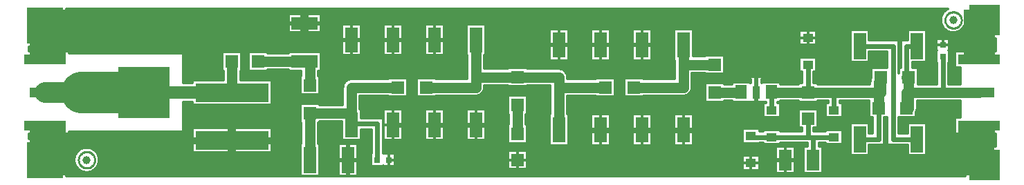
<source format=gtl>
*%FSLAX24Y24*%
*%MOIN*%
G01*
%ADD11C,0.0000*%
%ADD12C,0.0050*%
%ADD13C,0.0060*%
%ADD14C,0.0070*%
%ADD15C,0.0073*%
%ADD16C,0.0080*%
%ADD17C,0.0098*%
%ADD18C,0.0100*%
%ADD19C,0.0120*%
%ADD20C,0.0200*%
%ADD21C,0.0200*%
%ADD22C,0.0240*%
%ADD23C,0.0250*%
%ADD24C,0.0300*%
%ADD25C,0.0340*%
%ADD26C,0.0360*%
%ADD27C,0.0394*%
%ADD28C,0.0400*%
%ADD29C,0.0434*%
%ADD30C,0.0440*%
%ADD31C,0.0500*%
%ADD32C,0.0500*%
%ADD33C,0.0540*%
%ADD34C,0.0600*%
%ADD35C,0.0680*%
%ADD36C,0.0700*%
%ADD37C,0.0750*%
%ADD38C,0.0790*%
%ADD39C,0.0827*%
%ADD40C,0.1000*%
%ADD41C,0.1250*%
%ADD42C,0.1450*%
%ADD43C,0.2000*%
%ADD44C,0.2250*%
%ADD45R,0.0200X0.0200*%
%ADD46R,0.0200X0.0500*%
%ADD47R,0.0200X0.0650*%
%ADD48R,0.0200X0.0700*%
%ADD49R,0.0200X0.1600*%
%ADD50R,0.0280X0.0600*%
%ADD51R,0.0300X0.0300*%
%ADD52R,0.0300X0.0300*%
%ADD53R,0.0320X0.0560*%
%ADD54R,0.0320X0.0640*%
%ADD55R,0.0340X0.0340*%
%ADD56R,0.0360X0.0600*%
%ADD57R,0.0400X0.0400*%
%ADD58R,0.0400X0.0640*%
%ADD59R,0.0500X0.0400*%
%ADD60R,0.0500X0.0500*%
%ADD61R,0.0500X0.0500*%
%ADD62R,0.0500X0.1200*%
%ADD63R,0.0540X0.0440*%
%ADD64R,0.0540X0.0960*%
%ADD65R,0.0540X0.1140*%
%ADD66R,0.0550X0.0650*%
%ADD67R,0.0591X0.1260*%
%ADD68R,0.0600X0.0600*%
%ADD69R,0.0600X0.0600*%
%ADD70R,0.0600X0.1000*%
%ADD71R,0.0600X0.1200*%
%ADD72R,0.0600X0.1250*%
%ADD73R,0.0631X0.1300*%
%ADD74R,0.0640X0.0640*%
%ADD75R,0.0640X0.1040*%
%ADD76R,0.0640X0.1240*%
%ADD77R,0.0640X0.1290*%
%ADD78R,0.0700X0.0700*%
%ADD79R,0.0750X0.0400*%
%ADD80R,0.0800X0.0750*%
%ADD81R,0.0800X0.0800*%
%ADD82R,0.0800X0.1250*%
%ADD83R,0.0850X0.0500*%
%ADD84R,0.0890X0.0540*%
%ADD85R,0.0900X0.0900*%
%ADD86R,0.0940X0.0940*%
%ADD87R,0.1000X0.0500*%
%ADD88R,0.1000X0.1000*%
%ADD89R,0.1040X0.0540*%
%ADD90R,0.1200X0.0500*%
%ADD91R,0.1250X0.0600*%
%ADD92R,0.1290X0.0640*%
%ADD93R,0.1300X0.1300*%
%ADD94R,0.1400X0.1400*%
%ADD95R,0.1500X0.0500*%
%ADD96R,0.1500X0.1500*%
%ADD97R,0.1500X0.1500*%
%ADD98R,0.1540X0.0540*%
%ADD99R,0.1540X0.1540*%
%ADD100R,0.1700X0.1700*%
%ADD101R,0.1750X0.1750*%
%ADD102R,0.1790X0.1790*%
%ADD103R,0.1900X0.1900*%
%ADD104R,0.2400X0.1600*%
%ADD105R,0.2500X0.2500*%
%ADD106R,0.2500X0.2500*%
D17*
X28894Y26190D02*
X28892Y26157D01*
X28888Y26124D01*
X28881Y26092D01*
X28872Y26061D01*
X28860Y26030D01*
X28845Y26000D01*
X28828Y25972D01*
X28809Y25945D01*
X28787Y25920D01*
X28763Y25897D01*
X28738Y25876D01*
X28711Y25858D01*
X28682Y25841D01*
X28653Y25827D01*
X28622Y25816D01*
X28590Y25807D01*
X28558Y25801D01*
X28525Y25797D01*
X28492Y25796D01*
X28459Y25798D01*
X28426Y25803D01*
X28394Y25811D01*
X28363Y25821D01*
X28332Y25834D01*
X28303Y25849D01*
X28275Y25867D01*
X28249Y25887D01*
X28225Y25909D01*
X28202Y25933D01*
X28181Y25959D01*
X28163Y25986D01*
X28147Y26015D01*
X28134Y26045D01*
X28123Y26076D01*
X28115Y26108D01*
X28109Y26141D01*
X28107Y26174D01*
Y26206D01*
X28109Y26239D01*
X28115Y26272D01*
X28123Y26304D01*
X28134Y26335D01*
X28147Y26365D01*
X28163Y26394D01*
X28181Y26421D01*
X28202Y26447D01*
X28225Y26471D01*
X28249Y26493D01*
X28275Y26513D01*
X28303Y26531D01*
X28332Y26546D01*
X28363Y26559D01*
X28394Y26569D01*
X28426Y26577D01*
X28459Y26582D01*
X28492Y26584D01*
X28525Y26583D01*
X28558Y26579D01*
X28590Y26573D01*
X28622Y26564D01*
X28653Y26553D01*
X28682Y26539D01*
X28711Y26522D01*
X28738Y26504D01*
X28763Y26483D01*
X28787Y26460D01*
X28809Y26435D01*
X28828Y26408D01*
X28845Y26380D01*
X28860Y26350D01*
X28872Y26319D01*
X28881Y26288D01*
X28888Y26256D01*
X28892Y26223D01*
X28894Y26190D01*
X70644Y32940D02*
X70642Y32907D01*
X70638Y32874D01*
X70631Y32842D01*
X70622Y32811D01*
X70610Y32780D01*
X70595Y32750D01*
X70578Y32722D01*
X70559Y32695D01*
X70537Y32670D01*
X70513Y32647D01*
X70488Y32626D01*
X70461Y32608D01*
X70432Y32591D01*
X70403Y32577D01*
X70372Y32566D01*
X70340Y32557D01*
X70308Y32551D01*
X70275Y32547D01*
X70242Y32546D01*
X70209Y32548D01*
X70176Y32553D01*
X70144Y32561D01*
X70113Y32571D01*
X70082Y32584D01*
X70053Y32599D01*
X70025Y32617D01*
X69999Y32637D01*
X69975Y32659D01*
X69952Y32683D01*
X69931Y32709D01*
X69913Y32736D01*
X69897Y32765D01*
X69884Y32795D01*
X69873Y32826D01*
X69865Y32858D01*
X69859Y32891D01*
X69857Y32924D01*
Y32956D01*
X69859Y32989D01*
X69865Y33022D01*
X69873Y33054D01*
X69884Y33085D01*
X69897Y33115D01*
X69913Y33144D01*
X69931Y33171D01*
X69952Y33197D01*
X69975Y33221D01*
X69999Y33243D01*
X70025Y33263D01*
X70053Y33281D01*
X70082Y33296D01*
X70113Y33309D01*
X70144Y33319D01*
X70176Y33327D01*
X70209Y33332D01*
X70242Y33334D01*
X70275Y33333D01*
X70308Y33329D01*
X70340Y33323D01*
X70372Y33314D01*
X70403Y33303D01*
X70432Y33289D01*
X70461Y33272D01*
X70488Y33254D01*
X70513Y33233D01*
X70537Y33210D01*
X70559Y33185D01*
X70578Y33158D01*
X70595Y33130D01*
X70610Y33100D01*
X70622Y33069D01*
X70631Y33038D01*
X70638Y33006D01*
X70642Y32973D01*
X70644Y32940D01*
D19*
X25750Y31655D02*
Y31450D01*
Y27430D02*
Y27225D01*
X25850Y31450D02*
Y31655D01*
Y27430D02*
Y27225D01*
X25950Y31450D02*
Y31655D01*
Y27430D02*
Y27225D01*
X26050Y31450D02*
Y31655D01*
Y27430D02*
Y27225D01*
X26150Y31450D02*
Y31655D01*
Y27430D02*
Y27225D01*
X26250Y31450D02*
Y31655D01*
Y27430D02*
Y27225D01*
X26350Y31450D02*
Y31655D01*
Y27430D02*
Y27225D01*
X26450Y31450D02*
Y31655D01*
Y27430D02*
Y27225D01*
X26550Y31450D02*
Y31655D01*
Y27430D02*
Y27225D01*
X26650Y31450D02*
Y31655D01*
Y27430D02*
Y27225D01*
X26750Y31450D02*
Y31655D01*
Y27430D02*
Y27225D01*
X26850Y31450D02*
Y31655D01*
Y27430D02*
Y27225D01*
X26950Y31450D02*
Y31655D01*
Y27430D02*
Y27225D01*
X27050Y31450D02*
Y31655D01*
Y27430D02*
Y27225D01*
X27150Y31450D02*
Y31655D01*
Y27430D02*
Y27225D01*
X27250Y31450D02*
Y31655D01*
Y27430D02*
Y27225D01*
X27350Y31450D02*
Y31655D01*
Y27430D02*
Y27225D01*
X27450Y31450D02*
Y31655D01*
Y27430D02*
Y27225D01*
X27550Y31655D02*
Y33480D01*
Y31655D02*
Y31450D01*
Y27430D02*
Y27225D01*
Y25400D01*
X25710Y31450D02*
Y31655D01*
Y27430D02*
Y27225D01*
X27535D02*
Y25400D01*
Y31655D02*
Y33480D01*
X26000Y31450D02*
Y31040D01*
Y27840D02*
Y27430D01*
X26500Y31655D02*
Y32690D01*
Y27225D02*
Y26190D01*
X27650Y31655D02*
Y33480D01*
Y31655D02*
Y31450D01*
Y27430D02*
Y27225D01*
Y25400D01*
X27750Y31450D02*
Y33480D01*
Y27430D02*
Y25400D01*
X27850Y31350D02*
Y33480D01*
Y27530D02*
Y25400D01*
X27950Y31350D02*
Y33480D01*
Y27530D02*
Y26437D01*
Y25943D02*
Y25400D01*
X28050Y31350D02*
Y33480D01*
Y27530D02*
Y26591D01*
Y25789D02*
Y25400D01*
X28150Y31350D02*
Y33480D01*
Y27530D02*
Y26681D01*
Y25699D02*
Y25400D01*
X28250Y31350D02*
Y33480D01*
Y27530D02*
Y26739D01*
Y25641D02*
Y25400D01*
X28350Y31350D02*
Y33480D01*
Y27530D02*
Y26774D01*
Y25606D02*
Y25400D01*
X28450Y31350D02*
Y33480D01*
Y27530D02*
Y26791D01*
Y25589D02*
Y25400D01*
X28550Y31350D02*
Y33480D01*
Y27530D02*
Y26791D01*
Y25589D02*
Y25400D01*
X28650Y31350D02*
Y33480D01*
Y27530D02*
Y26774D01*
Y25606D02*
Y25400D01*
X28750Y31350D02*
Y33480D01*
Y27530D02*
Y26739D01*
Y25641D02*
Y25400D01*
X28850Y31350D02*
Y33480D01*
Y27530D02*
Y26681D01*
Y25699D02*
Y25400D01*
X28950Y31350D02*
Y33480D01*
Y27530D02*
Y26591D01*
Y25789D02*
Y25400D01*
X29050Y31350D02*
Y33480D01*
Y27530D02*
Y26437D01*
Y25943D02*
Y25400D01*
X29150Y31350D02*
Y33480D01*
Y27530D02*
Y25400D01*
X29250Y31350D02*
Y33480D01*
Y27530D02*
Y25400D01*
X29350Y31350D02*
Y33480D01*
Y27530D02*
Y25400D01*
X29450Y31350D02*
Y33480D01*
Y27530D02*
Y25400D01*
X29550Y31350D02*
Y33480D01*
Y27530D02*
Y25400D01*
X27660Y27430D02*
Y27530D01*
Y31350D02*
Y31450D01*
X29650Y31350D02*
Y33480D01*
Y27530D02*
Y25400D01*
X29750Y31350D02*
Y33480D01*
Y27530D02*
Y25400D01*
X29850Y31350D02*
Y33480D01*
Y27530D02*
Y25400D01*
X29950Y31350D02*
Y33480D01*
Y27530D02*
Y25400D01*
X30050Y31350D02*
Y33480D01*
Y27530D02*
Y25400D01*
X30150Y31350D02*
Y33480D01*
Y27530D02*
Y25400D01*
X30250Y31350D02*
Y33480D01*
Y27530D02*
Y25400D01*
X30350Y31350D02*
Y33480D01*
Y27530D02*
Y25400D01*
X30450Y31350D02*
Y33480D01*
Y27530D02*
Y25400D01*
X30550Y31350D02*
Y33480D01*
Y27530D02*
Y25400D01*
X30650Y31350D02*
Y33480D01*
Y27530D02*
Y25400D01*
X30750Y31350D02*
Y33480D01*
Y27530D02*
Y25400D01*
X30850Y31350D02*
Y33480D01*
Y27530D02*
Y25400D01*
X30950Y31350D02*
Y33480D01*
Y27530D02*
Y25400D01*
X31050Y31350D02*
Y33480D01*
Y27530D02*
Y25400D01*
X31150Y31350D02*
Y33480D01*
Y27530D02*
Y25400D01*
X31250Y31350D02*
Y33480D01*
Y27530D02*
Y25400D01*
X31350Y31350D02*
Y33480D01*
Y27530D02*
Y25400D01*
X31450Y31350D02*
Y33480D01*
Y27530D02*
Y25400D01*
X31550Y31350D02*
Y33480D01*
Y27530D02*
Y25400D01*
X31650Y31350D02*
Y33480D01*
Y27530D02*
Y25400D01*
X31750Y31350D02*
Y33480D01*
Y27530D02*
Y25400D01*
X31850Y31350D02*
Y33480D01*
Y27530D02*
Y25400D01*
X31950Y31350D02*
Y33480D01*
Y27530D02*
Y25400D01*
X32050Y31350D02*
Y33480D01*
Y27530D02*
Y25400D01*
X32150Y31350D02*
Y33480D01*
Y27530D02*
Y25400D01*
X32250Y31350D02*
Y33480D01*
Y27530D02*
Y25400D01*
X32350Y31350D02*
Y33480D01*
Y27530D02*
Y25400D01*
X32450Y31350D02*
Y33480D01*
Y27530D02*
Y25400D01*
X32550Y31350D02*
Y33480D01*
Y27530D02*
Y25400D01*
X32650Y31350D02*
Y33480D01*
Y27530D02*
Y25400D01*
X32750Y31350D02*
Y33480D01*
Y27530D02*
Y25400D01*
X32850Y31350D02*
Y33480D01*
Y27530D02*
Y25400D01*
X32950Y31350D02*
Y33480D01*
Y27530D02*
Y25400D01*
X33050Y31350D02*
Y33480D01*
Y27530D02*
Y25400D01*
X33150Y31350D02*
Y33480D01*
Y27530D02*
Y25400D01*
X33250Y31350D02*
Y33480D01*
Y31350D02*
Y31100D01*
Y30680D01*
Y29900D01*
Y28980D02*
Y27530D01*
Y25400D01*
X33350Y29900D02*
Y33480D01*
Y28980D02*
Y25400D01*
X33450Y30050D02*
Y33480D01*
Y30050D02*
Y29900D01*
Y28980D02*
Y28830D01*
Y27750D01*
Y26530D01*
Y25400D01*
X33160Y27530D02*
Y28980D01*
Y29900D02*
Y30680D01*
Y31100D02*
Y31350D01*
Y30680D02*
Y30620D01*
Y30680D02*
Y31100D01*
X33550Y30050D02*
Y33480D01*
Y30050D02*
Y29900D01*
Y28980D02*
Y28830D01*
Y27750D01*
Y26530D01*
Y25400D01*
X33650Y30050D02*
Y33480D01*
Y28830D02*
Y27750D01*
Y26530D02*
Y25400D01*
X33750Y30050D02*
Y33480D01*
Y28830D02*
Y27750D01*
Y26530D02*
Y25400D01*
X33850Y30050D02*
Y33480D01*
Y28830D02*
Y27750D01*
Y26530D02*
Y25400D01*
X33950Y30050D02*
Y33480D01*
Y28830D02*
Y27750D01*
Y26530D02*
Y25400D01*
X34050Y30050D02*
Y33480D01*
Y28830D02*
Y27750D01*
Y26530D02*
Y25400D01*
X34150Y30050D02*
Y33480D01*
Y28830D02*
Y27750D01*
Y26530D02*
Y25400D01*
X34250Y30050D02*
Y33480D01*
Y28830D02*
Y27750D01*
Y26530D02*
Y25400D01*
X34350Y30050D02*
Y33480D01*
Y28830D02*
Y27750D01*
Y26530D02*
Y25400D01*
X34450Y30050D02*
Y33480D01*
Y28830D02*
Y27750D01*
Y26530D02*
Y25400D01*
X34550Y30050D02*
Y33480D01*
Y28830D02*
Y27750D01*
Y26530D02*
Y25400D01*
X34650Y30050D02*
Y33480D01*
Y28830D02*
Y27750D01*
Y26530D02*
Y25400D01*
X34750Y30050D02*
Y33480D01*
Y28830D02*
Y27750D01*
Y26530D02*
Y25400D01*
X34850Y30050D02*
Y33480D01*
Y28830D02*
Y27750D01*
Y26530D02*
Y25400D01*
X34950Y31400D02*
Y33480D01*
Y31400D02*
Y30480D01*
Y30050D01*
Y28830D02*
Y27750D01*
Y26530D02*
Y25400D01*
X35050Y31400D02*
Y33480D01*
Y30480D02*
Y30050D01*
Y28830D02*
Y27750D01*
Y26530D02*
Y25400D01*
X35150Y31400D02*
Y33480D01*
Y28830D02*
Y27750D01*
Y26530D02*
Y25400D01*
X35250Y31400D02*
Y33480D01*
Y28830D02*
Y27750D01*
Y26530D02*
Y25400D01*
X35350Y31400D02*
Y33480D01*
Y28830D02*
Y27750D01*
Y26530D02*
Y25400D01*
X35450Y31400D02*
Y33480D01*
Y28830D02*
Y27750D01*
Y26530D02*
Y25400D01*
X35090Y30050D02*
Y30480D01*
X35040D02*
Y31400D01*
X33590Y30050D02*
Y29900D01*
Y28980D02*
Y28830D01*
Y27750D02*
Y26530D01*
X35550Y31400D02*
Y33480D01*
Y28830D02*
Y27750D01*
Y26530D02*
Y25400D01*
X35650Y31400D02*
Y33480D01*
Y28830D02*
Y27750D01*
Y26530D02*
Y25400D01*
X35750Y31400D02*
Y33480D01*
Y28830D02*
Y27750D01*
Y26530D02*
Y25400D01*
X35850Y31400D02*
Y33480D01*
Y28830D02*
Y27750D01*
Y26530D02*
Y25400D01*
X35950Y31400D02*
Y33480D01*
Y30480D02*
Y30050D01*
Y28830D02*
Y27750D01*
Y26530D02*
Y25400D01*
X36050Y31400D02*
Y33480D01*
Y31400D02*
Y30480D01*
Y30050D01*
Y28830D02*
Y27750D01*
Y26530D02*
Y25400D01*
X36150Y31400D02*
Y33480D01*
Y31400D02*
Y30480D01*
Y30050D01*
Y28830D02*
Y27750D01*
Y26530D02*
Y25400D01*
X36250Y31400D02*
Y33480D01*
Y31400D02*
Y30480D01*
Y30050D01*
Y28830D02*
Y27750D01*
Y26530D02*
Y25400D01*
X36350Y31400D02*
Y33480D01*
Y30480D02*
Y30050D01*
Y28830D02*
Y27750D01*
Y26530D02*
Y25400D01*
X36450Y31400D02*
Y33480D01*
Y30480D02*
Y30050D01*
Y28830D02*
Y27750D01*
Y26530D02*
Y25400D01*
X36550Y31400D02*
Y33480D01*
Y30480D02*
Y30050D01*
Y28830D02*
Y27750D01*
Y26530D02*
Y25400D01*
X36650Y31400D02*
Y33480D01*
Y30480D02*
Y30050D01*
Y28830D02*
Y27750D01*
Y26530D02*
Y25400D01*
X36750Y31400D02*
Y33480D01*
Y30480D02*
Y30050D01*
Y28830D02*
Y27750D01*
Y26530D02*
Y25400D01*
X36850Y31400D02*
Y33480D01*
Y30480D02*
Y30050D01*
Y28830D02*
Y27750D01*
Y26530D02*
Y25400D01*
X36950Y31400D02*
Y33480D01*
Y30480D02*
Y30050D01*
Y28830D02*
Y27750D01*
Y26530D02*
Y25400D01*
X37050Y31400D02*
Y33480D01*
Y30480D02*
Y30050D01*
Y28830D02*
Y27750D01*
Y26530D02*
Y25400D01*
X37150Y31400D02*
Y33480D01*
Y30480D02*
Y30050D01*
Y28830D02*
Y27750D01*
Y26530D02*
Y25400D01*
X37250Y31400D02*
Y33480D01*
Y30480D02*
Y30050D01*
Y28830D02*
Y27750D01*
Y26530D02*
Y25400D01*
X37350Y31400D02*
Y33480D01*
Y30480D02*
Y30050D01*
Y28830D02*
Y27750D01*
Y26530D02*
Y25400D01*
X35910Y30050D02*
Y30480D01*
X35960D02*
Y31400D01*
X37210D02*
Y31350D01*
Y30530D02*
Y30480D01*
X36290D02*
Y31400D01*
X37410Y30050D02*
Y28830D01*
Y27750D02*
Y26530D01*
X37450Y31350D02*
Y33480D01*
Y30530D02*
Y30050D01*
Y28830D01*
Y27750D01*
Y26530D01*
Y25400D01*
X37550Y31350D02*
Y33480D01*
Y30530D02*
Y30050D01*
Y28830D01*
Y27750D01*
Y26530D01*
Y25400D01*
X37650Y31350D02*
Y33480D01*
Y30530D02*
Y25400D01*
X37750Y31350D02*
Y33480D01*
Y30530D02*
Y25400D01*
X37850Y31350D02*
Y33480D01*
Y30530D02*
Y25400D01*
X37950Y31350D02*
Y33480D01*
Y30530D02*
Y25400D01*
X38050Y33250D02*
Y33480D01*
Y33250D02*
Y32330D01*
Y31400D01*
Y30480D02*
Y25400D01*
X38150Y33250D02*
Y33480D01*
Y33250D02*
Y32330D01*
Y31400D01*
Y30480D02*
Y25400D01*
X38250Y33250D02*
Y33480D01*
Y32330D02*
Y31400D01*
Y30480D02*
Y25400D01*
X38350Y33250D02*
Y33480D01*
Y32330D02*
Y31400D01*
Y30480D02*
Y25400D01*
X38450Y33250D02*
Y33480D01*
Y32330D02*
Y31400D01*
Y30480D02*
Y25400D01*
X38550Y33250D02*
Y33480D01*
Y32330D02*
Y31400D01*
Y30480D02*
Y25400D01*
X38650Y33250D02*
Y33480D01*
Y32330D02*
Y31400D01*
Y30480D02*
Y30250D01*
Y29330D01*
Y28900D01*
Y27980D01*
Y26975D01*
Y25405D01*
X38750Y33250D02*
Y33480D01*
Y32330D02*
Y31400D01*
Y30480D02*
Y30250D01*
Y29330D01*
Y28900D01*
Y27980D01*
Y26975D01*
Y25405D01*
X38850Y33250D02*
Y33480D01*
Y32330D02*
Y31400D01*
Y29330D02*
Y28900D01*
X38950Y33250D02*
Y33480D01*
Y32330D02*
Y31400D01*
Y29330D02*
Y28900D01*
X39050Y33250D02*
Y33480D01*
Y32330D02*
Y31400D01*
Y29330D02*
Y28900D01*
X39150Y33250D02*
Y33480D01*
Y32330D02*
Y31400D01*
Y29330D02*
Y28900D01*
X39250Y33250D02*
Y33480D01*
Y32330D02*
Y31400D01*
Y29330D02*
Y28900D01*
X39350Y33250D02*
Y33480D01*
Y32330D02*
Y31400D01*
Y29330D02*
Y28900D01*
X38840Y30250D02*
Y30480D01*
Y27980D02*
Y26975D01*
X38790D02*
Y25405D01*
Y25400D01*
Y27980D02*
Y28900D01*
Y29330D02*
Y30250D01*
X38215Y31350D02*
Y31400D01*
Y30530D02*
Y30480D01*
Y32330D02*
Y33250D01*
X39000Y32790D02*
Y32005D01*
X39450Y33250D02*
Y33480D01*
Y32330D02*
Y31400D01*
Y29330D02*
Y28900D01*
X39550Y33250D02*
Y33480D01*
Y32330D02*
Y31400D01*
Y29330D02*
Y28900D01*
X39650Y33250D02*
Y33480D01*
Y32330D02*
Y31400D01*
Y29330D02*
Y28900D01*
X39750Y33250D02*
Y33480D01*
Y32330D02*
Y31400D01*
Y30480D02*
Y30250D01*
Y29330D01*
Y28900D01*
Y27980D02*
Y26975D01*
Y25405D01*
X39850Y33250D02*
Y33480D01*
Y33250D02*
Y32330D01*
Y31400D01*
Y30480D01*
Y30250D01*
Y29330D01*
Y28900D01*
Y27980D02*
Y26975D01*
Y25405D01*
X39950Y33250D02*
Y33480D01*
Y33250D02*
Y32330D01*
Y31400D01*
Y30480D01*
Y28850D01*
Y28030D02*
Y25400D01*
X40050Y28850D02*
Y33480D01*
Y28030D02*
Y25400D01*
X40150Y28850D02*
Y33480D01*
Y28030D02*
Y25400D01*
X40250Y28850D02*
Y33480D01*
Y28030D02*
Y25400D01*
X40350Y28850D02*
Y33480D01*
Y28030D02*
Y25400D01*
X40450Y28850D02*
Y33480D01*
Y28030D02*
Y25400D01*
X40550Y28850D02*
Y33480D01*
Y28030D02*
Y26975D01*
Y25405D01*
X40650Y32750D02*
Y33480D01*
Y32750D02*
Y31230D01*
Y28850D01*
Y28030D02*
Y27130D01*
Y26975D01*
X40750Y32750D02*
Y33480D01*
Y32750D02*
Y31230D01*
Y28850D01*
Y28030D02*
Y27130D01*
Y26975D01*
X40850Y32750D02*
Y33480D01*
Y31230D02*
Y29780D01*
Y27130D02*
Y26975D01*
X40950Y32750D02*
Y33480D01*
Y31230D02*
Y29969D01*
Y27130D02*
Y26975D01*
X41050Y32750D02*
Y33480D01*
Y31230D02*
Y30048D01*
Y27130D02*
Y26975D01*
X41150Y32750D02*
Y33480D01*
Y31230D02*
Y30100D01*
Y27130D02*
Y26975D01*
X41250Y32750D02*
Y33480D01*
Y31230D02*
Y30100D01*
Y27130D02*
Y26975D01*
X39660Y30250D02*
Y30480D01*
Y27980D02*
Y26975D01*
X40840Y28850D02*
Y29690D01*
X40790Y31230D02*
Y32750D01*
Y28030D02*
Y27130D01*
X39710Y26975D02*
Y25405D01*
Y25400D01*
X40640Y25405D02*
Y26975D01*
Y25405D02*
Y25400D01*
X39710Y28850D02*
Y28900D01*
Y28030D02*
Y27980D01*
Y29330D02*
Y30250D01*
X39785Y30480D02*
Y31400D01*
Y32330D02*
Y33250D01*
X41100Y26190D02*
Y25405D01*
Y26190D02*
Y26975D01*
X41250Y31230D02*
Y31990D01*
Y32750D01*
X41350D02*
Y33480D01*
Y31230D02*
Y30100D01*
Y27130D02*
Y26975D01*
X41450Y32750D02*
Y33480D01*
Y31230D02*
Y30100D01*
Y27130D02*
Y26975D01*
X41550Y32750D02*
Y33480D01*
Y31230D02*
Y30100D01*
Y27130D02*
Y26975D01*
X41650Y32750D02*
Y33480D01*
Y31230D02*
Y30100D01*
Y27130D02*
Y26975D01*
Y25405D01*
X41750Y32750D02*
Y33480D01*
Y32750D02*
Y31230D01*
Y30100D01*
Y29280D02*
Y28650D01*
Y28220D01*
Y27660D02*
Y27130D01*
Y25400D01*
X41850Y32750D02*
Y33480D01*
Y32750D02*
Y31230D01*
Y30100D01*
Y29280D02*
Y28650D01*
Y28220D01*
Y27660D02*
Y27130D01*
Y25400D01*
X41950Y30100D02*
Y33480D01*
Y29280D02*
Y28220D01*
Y27660D02*
Y25400D01*
X42050Y30100D02*
Y33480D01*
Y29280D02*
Y28220D01*
Y27660D02*
Y26500D01*
Y25910D01*
Y25880D02*
Y25400D01*
X42150Y30100D02*
Y33480D01*
Y29280D02*
Y28220D01*
Y27660D02*
Y26500D01*
Y25910D01*
Y25880D02*
Y25400D01*
X42250Y30100D02*
Y33480D01*
Y29280D02*
Y28220D01*
Y25880D02*
Y25400D01*
X42350Y30100D02*
Y33480D01*
Y29280D02*
Y28220D01*
Y25880D02*
Y25400D01*
X42450Y30100D02*
Y33480D01*
Y29280D02*
Y28220D01*
Y25880D02*
Y25400D01*
X42550Y30100D02*
Y33480D01*
Y29280D02*
Y28220D01*
Y25880D02*
Y25400D01*
X42650Y32750D02*
Y33480D01*
Y32750D02*
Y31230D01*
Y30100D01*
Y29280D02*
Y28650D01*
Y28220D01*
Y25880D02*
Y25400D01*
X42750Y32750D02*
Y33480D01*
Y32750D02*
Y31230D01*
Y30100D01*
Y29280D02*
Y28650D01*
Y28220D01*
Y25880D02*
Y25400D01*
X42850Y32750D02*
Y33480D01*
Y31230D02*
Y30100D01*
Y29280D02*
Y28650D01*
Y27130D02*
Y26500D01*
Y25880D02*
Y25400D01*
X42950Y32750D02*
Y33480D01*
Y31230D02*
Y30150D01*
Y29230D02*
Y28650D01*
Y27130D02*
Y26500D01*
Y25880D02*
Y25400D01*
X43050Y32750D02*
Y33480D01*
Y31230D02*
Y30150D01*
Y29230D02*
Y28650D01*
Y27130D02*
Y26500D01*
Y25880D02*
Y25400D01*
X43150Y32750D02*
Y33480D01*
Y31230D02*
Y30150D01*
Y29230D02*
Y28650D01*
Y27130D02*
Y26500D01*
Y25880D02*
Y25400D01*
X43250Y32750D02*
Y33480D01*
Y31230D02*
Y30150D01*
Y29230D02*
Y28650D01*
Y27130D02*
Y26500D01*
Y25880D02*
Y25400D01*
X41660Y28650D02*
Y29280D01*
X42780Y27660D02*
Y27130D01*
Y26500D01*
Y25910D02*
Y25880D01*
X42220Y26500D02*
Y27660D01*
Y25910D02*
Y25880D01*
X41710Y31230D02*
Y32750D01*
X42790Y28650D02*
Y28220D01*
Y27660D01*
Y27130D01*
Y31230D02*
Y32750D01*
X41710Y28650D02*
Y28220D01*
Y27660D02*
Y27130D01*
X43040Y30100D02*
Y30150D01*
Y29280D02*
Y29230D01*
X42190Y26500D02*
Y25910D01*
Y25880D01*
X41560Y25405D02*
Y26975D01*
Y25405D02*
Y25400D01*
X43050Y25880D02*
Y26190D01*
Y26500D01*
X43250Y31230D02*
Y31990D01*
Y32750D01*
Y27890D02*
Y27130D01*
Y27890D02*
Y28650D01*
X42780Y28220D02*
Y27660D01*
X43350Y32750D02*
Y33480D01*
Y31230D02*
Y30150D01*
Y29230D02*
Y28650D01*
Y27130D02*
Y26500D01*
Y25880D02*
Y25400D01*
X43450Y32750D02*
Y33480D01*
Y31230D02*
Y30150D01*
Y29230D02*
Y28650D01*
Y27130D02*
Y26500D01*
Y25880D01*
Y25400D01*
X43550Y32750D02*
Y33480D01*
Y31230D02*
Y30150D01*
Y29230D02*
Y28650D01*
Y27130D02*
Y25400D01*
X43650Y32750D02*
Y33480D01*
Y31230D02*
Y30150D01*
Y29230D02*
Y28650D01*
Y27130D02*
Y25400D01*
X43750Y32750D02*
Y33480D01*
Y32750D02*
Y31230D01*
Y30150D01*
Y29230D02*
Y28650D01*
Y27130D01*
Y25400D01*
X43850Y32750D02*
Y33480D01*
Y32750D02*
Y31230D01*
Y30150D01*
Y29230D02*
Y28650D01*
Y27130D01*
Y25400D01*
X43950Y30150D02*
Y33480D01*
Y29230D02*
Y25400D01*
X44050Y30150D02*
Y33480D01*
Y30150D02*
Y29230D01*
Y25400D01*
X44150D02*
Y33480D01*
X44250D02*
Y30150D01*
Y29230D01*
Y25400D01*
X44350Y30150D02*
Y33480D01*
Y30150D02*
Y29230D01*
Y25400D01*
X44450Y30150D02*
Y33480D01*
Y29230D02*
Y25400D01*
X44550Y30150D02*
Y33480D01*
Y29230D02*
Y25400D01*
X44650Y32750D02*
Y33480D01*
Y32750D02*
Y31230D01*
Y30150D01*
Y29230D02*
Y28650D01*
Y27130D01*
Y25400D01*
X44750Y32750D02*
Y33480D01*
Y32750D02*
Y31230D01*
Y30150D01*
Y29230D02*
Y28650D01*
Y27130D01*
Y25400D01*
X44850Y32750D02*
Y33480D01*
Y31230D02*
Y30150D01*
Y29230D02*
Y28650D01*
Y27130D02*
Y25400D01*
X44950Y32750D02*
Y33480D01*
Y31230D02*
Y30150D01*
Y29230D02*
Y28650D01*
Y27130D02*
Y25400D01*
X45050Y32750D02*
Y33480D01*
Y31230D02*
Y30150D01*
Y29230D02*
Y28650D01*
Y27130D02*
Y25400D01*
X45150Y32750D02*
Y33480D01*
Y31230D02*
Y30150D01*
Y29230D02*
Y28650D01*
Y27130D02*
Y25400D01*
X43710Y27130D02*
Y28650D01*
X44790D02*
Y27130D01*
Y31230D02*
Y32750D01*
X43710D02*
Y31230D01*
X44390Y30150D02*
Y29230D01*
X43960D02*
Y30150D01*
X43360Y26500D02*
Y25880D01*
X45250Y32750D02*
Y33480D01*
Y31230D02*
Y30150D01*
Y29230D02*
Y28650D01*
Y27130D02*
Y25400D01*
X45350Y32750D02*
Y33480D01*
Y31230D02*
Y30150D01*
Y29230D02*
Y28650D01*
Y27130D02*
Y25400D01*
X45450Y32750D02*
Y33480D01*
Y31230D02*
Y30150D01*
Y29230D02*
Y28650D01*
Y27130D02*
Y25400D01*
X45550Y32750D02*
Y33480D01*
Y31230D02*
Y30100D01*
Y29280D02*
Y28650D01*
Y27130D02*
Y25400D01*
X45650Y32750D02*
Y33480D01*
Y31230D02*
Y30100D01*
Y29280D02*
Y28650D01*
Y27130D02*
Y25400D01*
X45750Y32750D02*
Y33480D01*
Y32750D02*
Y31230D01*
Y30100D01*
Y29280D02*
Y28650D01*
Y27130D01*
Y25400D01*
X45850Y32750D02*
Y33480D01*
Y32750D02*
Y31230D01*
Y30100D01*
Y29280D02*
Y28650D01*
Y27130D01*
Y25400D01*
X45950Y30100D02*
Y33480D01*
Y29280D02*
Y25400D01*
X46050Y30100D02*
Y33480D01*
Y29280D02*
Y25400D01*
X46150Y30100D02*
Y33480D01*
Y29280D02*
Y25400D01*
X46250Y30100D02*
Y33480D01*
Y29280D02*
Y25400D01*
X46350Y30100D02*
Y33480D01*
Y29280D02*
Y25400D01*
X46450Y30100D02*
Y33480D01*
Y29280D02*
Y25400D01*
X46550Y30100D02*
Y33480D01*
Y29280D02*
Y25400D01*
X46650Y32750D02*
Y33480D01*
Y32750D02*
Y31230D01*
Y30100D01*
Y29280D02*
Y28650D01*
Y27130D01*
Y25400D01*
X46750Y32750D02*
Y33480D01*
Y32750D02*
Y31230D01*
Y30100D01*
Y29280D02*
Y28650D01*
Y27130D01*
Y25400D01*
X46850Y32750D02*
Y33480D01*
Y29280D02*
Y28650D01*
Y27130D02*
Y25400D01*
X46950Y32750D02*
Y33480D01*
Y29280D02*
Y28650D01*
Y27130D02*
Y25400D01*
X47050Y32750D02*
Y33480D01*
Y29280D02*
Y28650D01*
Y27130D02*
Y25400D01*
X47150Y32750D02*
Y33480D01*
Y29280D02*
Y28650D01*
Y27130D02*
Y25400D01*
X46840Y30130D02*
Y30190D01*
Y30100D01*
X45710Y28650D02*
Y27130D01*
X46790D02*
Y28650D01*
X45710Y31230D02*
Y32750D01*
X46790D02*
Y31230D01*
X45310Y30150D02*
Y30100D01*
Y29280D02*
Y29230D01*
X45250Y31230D02*
Y31990D01*
Y32750D01*
Y27890D02*
Y27130D01*
Y27890D02*
Y28650D01*
X46840Y30190D02*
Y31230D01*
X47250Y32750D02*
Y33480D01*
Y29280D02*
Y28650D01*
Y27130D02*
Y25400D01*
X47350Y32750D02*
Y33480D01*
Y29280D02*
Y28650D01*
Y27130D02*
Y25400D01*
X47450Y32750D02*
Y33480D01*
Y29332D02*
Y28650D01*
Y27130D02*
Y25400D01*
X47550Y32750D02*
Y33480D01*
Y29411D02*
Y28650D01*
Y27130D02*
Y25400D01*
X47650Y32750D02*
Y33480D01*
Y29600D02*
Y28650D01*
Y27130D02*
Y25400D01*
X47750Y32750D02*
Y33480D01*
Y32750D02*
Y31230D01*
Y30600D01*
Y29780D02*
Y28650D01*
Y27130D01*
Y25400D01*
X47850Y32750D02*
Y33480D01*
Y32750D02*
Y31230D01*
Y30600D01*
Y29780D02*
Y28650D01*
Y27130D01*
Y25400D01*
X47950Y30600D02*
Y33480D01*
Y29780D02*
Y25400D01*
X48050Y30600D02*
Y33480D01*
Y29780D02*
Y25400D01*
X48150Y30600D02*
Y33480D01*
Y29780D02*
Y25400D01*
X48250Y30600D02*
Y33480D01*
Y29780D02*
Y25400D01*
X48350Y30600D02*
Y33480D01*
Y29780D02*
Y25400D01*
X48450Y30600D02*
Y33480D01*
Y29780D02*
Y25400D01*
X48550Y30600D02*
Y33480D01*
Y29780D02*
Y25400D01*
X48650Y30650D02*
Y33480D01*
Y29730D02*
Y29300D01*
Y28380D01*
Y27900D01*
Y26980D01*
Y26650D01*
Y25730D01*
Y25400D01*
X48750Y30650D02*
Y33480D01*
Y29730D02*
Y29300D01*
Y28380D01*
Y27900D01*
Y26980D01*
Y26650D01*
Y25730D01*
Y25400D01*
X48850Y30650D02*
Y33480D01*
Y29730D02*
Y29300D01*
Y26980D02*
Y26650D01*
Y25730D02*
Y25400D01*
X48950Y30650D02*
Y33480D01*
Y29730D02*
Y29300D01*
Y26980D02*
Y26650D01*
Y25730D02*
Y25400D01*
X49050Y30650D02*
Y33480D01*
Y29730D02*
Y29300D01*
Y26980D02*
Y26650D01*
Y25730D02*
Y25400D01*
X49150Y30650D02*
Y33480D01*
Y29730D02*
Y29300D01*
Y26980D02*
Y26650D01*
Y25730D02*
Y25400D01*
X47660Y29690D02*
Y29780D01*
Y29690D02*
Y29630D01*
X48840Y28380D02*
Y27900D01*
X48790D02*
Y26980D01*
Y26650D02*
Y25730D01*
Y28380D02*
Y29300D01*
Y30600D02*
Y30650D01*
Y29780D02*
Y29730D01*
X47710Y28650D02*
Y27130D01*
Y31230D02*
Y32750D01*
X47250Y27890D02*
Y27130D01*
Y27890D02*
Y28650D01*
X47660Y30600D02*
Y31230D01*
X49250Y30650D02*
Y33480D01*
Y29730D02*
Y29300D01*
Y26980D02*
Y26650D01*
Y25730D02*
Y25400D01*
X49350Y30650D02*
Y33480D01*
Y29730D02*
Y29300D01*
Y26980D02*
Y26650D01*
Y25730D02*
Y25400D01*
X49450Y30650D02*
Y33480D01*
Y29730D02*
Y29300D01*
Y26980D02*
Y26650D01*
Y25730D02*
Y25400D01*
X49550Y30650D02*
Y33480D01*
Y29730D02*
Y29300D01*
Y26980D02*
Y26650D01*
Y25730D02*
Y25400D01*
X49650Y30650D02*
Y33480D01*
Y29730D02*
Y29300D01*
Y26980D02*
Y26650D01*
Y25730D02*
Y25400D01*
X49750Y30650D02*
Y33480D01*
Y29730D02*
Y29300D01*
Y28380D01*
Y27900D01*
Y26980D01*
Y26650D01*
Y25730D01*
Y25400D01*
X49850Y30650D02*
Y33480D01*
Y29730D02*
Y29300D01*
Y28380D01*
Y27900D01*
Y26980D01*
Y26650D01*
Y25730D01*
Y25400D01*
X49950Y30600D02*
Y33480D01*
Y29780D02*
Y25400D01*
X50050Y30600D02*
Y33480D01*
Y29780D02*
Y25400D01*
X50150Y30600D02*
Y33480D01*
Y29780D02*
Y25400D01*
X50250Y30600D02*
Y33480D01*
Y29780D02*
Y25400D01*
X50350Y30600D02*
Y33480D01*
Y29780D02*
Y25400D01*
X50450Y30600D02*
Y33480D01*
Y29780D02*
Y25400D01*
X50550Y30600D02*
Y33480D01*
Y29780D02*
Y25400D01*
X50650Y32500D02*
Y33480D01*
Y32500D02*
Y30980D01*
Y30600D01*
Y29780D02*
Y28400D01*
Y26880D01*
Y25400D01*
X50750Y32500D02*
Y33480D01*
Y32500D02*
Y30980D01*
Y30600D01*
Y29780D02*
Y28400D01*
Y26880D01*
Y25400D01*
X50850Y32500D02*
Y33480D01*
Y30980D02*
Y30600D01*
Y26880D02*
Y25400D01*
X50950Y32500D02*
Y33480D01*
Y30980D02*
Y30600D01*
Y26880D02*
Y25400D01*
X51050Y32500D02*
Y33480D01*
Y30980D02*
Y30600D01*
Y26880D02*
Y25400D01*
X49660Y27900D02*
Y28380D01*
X50840Y29690D02*
Y29780D01*
Y29690D02*
Y29690D01*
Y28400D01*
X50790D02*
Y26880D01*
Y30980D02*
Y32500D01*
X49710Y27900D02*
Y26980D01*
Y26650D02*
Y25730D01*
Y28380D02*
Y29300D01*
Y30600D02*
Y30650D01*
Y29780D02*
Y29730D01*
X49250Y26190D02*
Y25730D01*
Y26190D02*
Y26650D01*
X51150Y32500D02*
Y33480D01*
Y30980D02*
Y30600D01*
Y26880D02*
Y25400D01*
X51250Y32500D02*
Y33480D01*
Y30980D02*
Y30600D01*
Y26880D02*
Y25400D01*
X51350Y32500D02*
Y33480D01*
Y30980D02*
Y30600D01*
Y26880D02*
Y25400D01*
X51450Y32500D02*
Y33480D01*
Y30980D02*
Y30548D01*
Y26880D02*
Y25400D01*
X51550Y32500D02*
Y33480D01*
Y30980D02*
Y30469D01*
Y26880D02*
Y25400D01*
X51650Y32500D02*
Y33480D01*
Y30980D02*
Y30280D01*
Y26880D02*
Y25400D01*
X51750Y32500D02*
Y33480D01*
Y32500D02*
Y30980D01*
Y30100D01*
Y29280D02*
Y28400D01*
Y26880D01*
Y25400D01*
X51850Y32500D02*
Y33480D01*
Y32500D02*
Y30980D01*
Y30100D01*
Y29280D02*
Y28400D01*
Y26880D01*
Y25400D01*
X51950Y30100D02*
Y33480D01*
Y29280D02*
Y25400D01*
X52050Y30100D02*
Y33480D01*
Y29280D02*
Y25400D01*
X52150Y30100D02*
Y33480D01*
Y29280D02*
Y25400D01*
X52250Y30100D02*
Y33480D01*
Y29280D02*
Y25400D01*
X52350Y30100D02*
Y33480D01*
Y29280D02*
Y25400D01*
X52450Y30100D02*
Y33480D01*
Y29280D02*
Y25400D01*
X52550Y30100D02*
Y33480D01*
Y29280D02*
Y25400D01*
X52650Y32500D02*
Y33480D01*
Y32500D02*
Y30980D01*
Y30100D01*
Y29280D02*
Y28400D01*
Y26880D01*
Y25400D01*
X52750Y32500D02*
Y33480D01*
Y32500D02*
Y30980D01*
Y30100D01*
Y29280D02*
Y28400D01*
Y26880D01*
Y25400D01*
X52850Y32500D02*
Y33480D01*
Y30980D02*
Y30100D01*
Y29280D02*
Y28400D01*
Y26880D02*
Y25400D01*
X52950Y32500D02*
Y33480D01*
Y30980D02*
Y30150D01*
Y29230D02*
Y28400D01*
Y26880D02*
Y25400D01*
X53050Y32500D02*
Y33480D01*
Y30980D02*
Y30150D01*
Y29230D02*
Y28400D01*
Y26880D02*
Y25400D01*
X51660Y30190D02*
Y30190D01*
Y30190D02*
Y30100D01*
Y29280D02*
Y28400D01*
X53040Y30100D02*
Y30150D01*
Y29280D02*
Y29230D01*
X51710Y28400D02*
Y26880D01*
X52790Y30980D02*
Y32500D01*
Y28400D02*
Y26880D01*
X51710Y30980D02*
Y32500D01*
X51250Y31740D02*
Y30980D01*
Y31740D02*
Y32500D01*
X53150D02*
Y33480D01*
Y30980D02*
Y30150D01*
Y29230D02*
Y28400D01*
Y26880D02*
Y25400D01*
X53250Y32500D02*
Y33480D01*
Y30980D02*
Y30150D01*
Y29230D02*
Y28400D01*
Y26880D02*
Y25400D01*
X53350Y32500D02*
Y33480D01*
Y30980D02*
Y30150D01*
Y29230D02*
Y28400D01*
Y26880D02*
Y25400D01*
X53450Y32500D02*
Y33480D01*
Y30980D02*
Y30150D01*
Y29230D02*
Y28400D01*
Y26880D02*
Y25400D01*
X53550Y32500D02*
Y33480D01*
Y30980D02*
Y30150D01*
Y29230D02*
Y28400D01*
Y26880D02*
Y25400D01*
X53650Y32500D02*
Y33480D01*
Y30980D02*
Y30150D01*
Y29230D02*
Y28400D01*
Y26880D02*
Y25400D01*
X53750Y32500D02*
Y33480D01*
Y32500D02*
Y30980D01*
Y30150D01*
Y29230D02*
Y28400D01*
Y26880D01*
Y25400D01*
X53850Y32500D02*
Y33480D01*
Y32500D02*
Y30980D01*
Y30150D01*
Y29230D02*
Y28400D01*
Y26880D01*
Y25400D01*
X53950Y30150D02*
Y33480D01*
Y29230D02*
Y25400D01*
X54050Y30150D02*
Y33480D01*
Y30150D02*
Y29230D01*
Y25400D01*
X54150D02*
Y33480D01*
X54250D02*
Y30150D01*
Y29230D01*
Y25400D01*
X54350Y30150D02*
Y33480D01*
Y30150D02*
Y29230D01*
Y25400D01*
X54450Y30150D02*
Y33480D01*
Y29230D02*
Y25400D01*
X54550Y30150D02*
Y33480D01*
Y29230D02*
Y25400D01*
X54650Y32500D02*
Y33480D01*
Y32500D02*
Y30980D01*
Y30150D01*
Y29230D02*
Y28400D01*
Y26880D01*
Y25400D01*
X54750Y32500D02*
Y33480D01*
Y32500D02*
Y30980D01*
Y30150D01*
Y29230D02*
Y28400D01*
Y26880D01*
Y25400D01*
X54850Y32500D02*
Y33480D01*
Y30980D02*
Y30150D01*
Y29230D02*
Y28400D01*
Y26880D02*
Y25400D01*
X54950Y32500D02*
Y33480D01*
Y30980D02*
Y30150D01*
Y29230D02*
Y28400D01*
Y26880D02*
Y25400D01*
X54390Y29230D02*
Y30150D01*
X53960D02*
Y29230D01*
X53710Y30980D02*
Y32500D01*
X54790D02*
Y30980D01*
Y28400D02*
Y26880D01*
X53710D02*
Y28400D01*
X53250Y27640D02*
Y26880D01*
Y27640D02*
Y28400D01*
Y30980D02*
Y31740D01*
Y32500D01*
X55050D02*
Y33480D01*
Y30980D02*
Y30150D01*
Y29230D02*
Y28400D01*
Y26880D02*
Y25400D01*
X55150Y32500D02*
Y33480D01*
Y30980D02*
Y30150D01*
Y29230D02*
Y28400D01*
Y26880D02*
Y25400D01*
X55250Y32500D02*
Y33480D01*
Y30980D02*
Y30150D01*
Y29230D02*
Y28400D01*
Y26880D02*
Y25400D01*
X55350Y32500D02*
Y33480D01*
Y30980D02*
Y30150D01*
Y29230D02*
Y28400D01*
Y26880D02*
Y25400D01*
X55450Y32500D02*
Y33480D01*
Y30980D02*
Y30150D01*
Y29230D02*
Y28400D01*
Y26880D02*
Y25400D01*
X55550Y32500D02*
Y33480D01*
Y30980D02*
Y30100D01*
Y29280D02*
Y28400D01*
Y26880D02*
Y25400D01*
X55650Y32500D02*
Y33480D01*
Y30980D02*
Y30100D01*
Y29280D02*
Y28400D01*
Y26880D02*
Y25400D01*
X55750Y32500D02*
Y33480D01*
Y32500D02*
Y30980D01*
Y30100D01*
Y29280D02*
Y28400D01*
Y26880D01*
Y25400D01*
X55850Y32500D02*
Y33480D01*
Y32500D02*
Y30980D01*
Y30100D01*
Y29280D02*
Y28400D01*
Y26880D01*
Y25400D01*
X55950Y30100D02*
Y33480D01*
Y29280D02*
Y25400D01*
X56050Y30100D02*
Y33480D01*
Y29280D02*
Y25400D01*
X56150Y30100D02*
Y33480D01*
Y29280D02*
Y25400D01*
X56250Y30100D02*
Y33480D01*
Y29280D02*
Y25400D01*
X56350Y30100D02*
Y33480D01*
Y29280D02*
Y25400D01*
X56450Y30100D02*
Y33480D01*
Y29280D02*
Y25400D01*
X56550Y30100D02*
Y33480D01*
Y29280D02*
Y25400D01*
X56650Y32500D02*
Y33480D01*
Y32500D02*
Y30980D01*
Y30100D01*
Y29280D02*
Y28400D01*
Y26880D01*
Y25400D01*
X56750Y32500D02*
Y33480D01*
Y32500D02*
Y30980D01*
Y30100D01*
Y29280D02*
Y28400D01*
Y26880D01*
Y25400D01*
X56850Y32500D02*
Y33480D01*
Y29280D02*
Y28400D01*
Y26880D02*
Y25400D01*
X56950Y32500D02*
Y33480D01*
Y29280D02*
Y28400D01*
Y26880D02*
Y25400D01*
X56840Y30790D02*
Y30980D01*
Y30790D01*
Y30790D01*
Y30100D01*
X55310D02*
Y30150D01*
Y29280D02*
Y29230D01*
X56790Y30980D02*
Y32500D01*
X55710D02*
Y30980D01*
X56790Y28400D02*
Y26880D01*
X55710D02*
Y28400D01*
X55250Y27640D02*
Y26880D01*
Y27640D02*
Y28400D01*
Y30980D02*
Y31740D01*
Y32500D01*
X57050D02*
Y33480D01*
Y29280D02*
Y28400D01*
Y26880D02*
Y25400D01*
X57150Y32500D02*
Y33480D01*
Y29280D02*
Y28400D01*
Y26880D02*
Y25400D01*
X57250Y32500D02*
Y33480D01*
Y29280D02*
Y28400D01*
Y26880D02*
Y25400D01*
X57350Y32500D02*
Y33480D01*
Y29280D02*
Y28400D01*
Y26880D02*
Y25400D01*
X57450Y32500D02*
Y33480D01*
Y29332D02*
Y28400D01*
Y26880D02*
Y25400D01*
X57550Y32500D02*
Y33480D01*
Y29411D02*
Y28400D01*
Y26880D02*
Y25400D01*
X57650Y32500D02*
Y33480D01*
Y29600D02*
Y28400D01*
Y26880D02*
Y25400D01*
X57750Y32500D02*
Y33480D01*
Y32500D02*
Y31200D01*
Y30380D02*
Y28400D01*
Y26880D01*
Y25400D01*
X57850Y32500D02*
Y33480D01*
Y32500D02*
Y31200D01*
Y30380D02*
Y28400D01*
Y26880D01*
Y25400D01*
X57950Y31200D02*
Y33480D01*
Y30380D02*
Y25400D01*
X58050Y31200D02*
Y33480D01*
Y30380D02*
Y25400D01*
X58150Y31250D02*
Y33480D01*
Y30330D02*
Y29900D01*
Y28980D01*
Y25400D01*
X58250Y31250D02*
Y33480D01*
Y30330D02*
Y29900D01*
Y28980D01*
Y25400D01*
X58350Y31250D02*
Y33480D01*
Y30330D02*
Y29900D01*
Y28980D02*
Y25400D01*
X58450Y31250D02*
Y33480D01*
Y30330D02*
Y29900D01*
Y28980D02*
Y25400D01*
X58550Y31250D02*
Y33480D01*
Y30330D02*
Y29900D01*
Y28980D02*
Y25400D01*
X58650Y31250D02*
Y33480D01*
Y30330D02*
Y29900D01*
Y28980D02*
Y25400D01*
X58750Y31250D02*
Y33480D01*
Y30330D02*
Y29900D01*
Y28980D02*
Y25400D01*
X58850Y31250D02*
Y33480D01*
Y30330D02*
Y29900D01*
Y28980D02*
Y25400D01*
X57660Y29690D02*
Y30380D01*
Y29690D02*
Y29690D01*
X58290Y31200D02*
Y31250D01*
Y30380D02*
Y30330D01*
Y29900D02*
Y28980D01*
X57710Y31200D02*
Y32500D01*
Y28400D02*
Y26880D01*
X57250D02*
Y27640D01*
Y28400D01*
X58950Y31250D02*
Y33480D01*
Y30330D02*
Y29900D01*
Y28980D02*
Y25400D01*
X59050Y31250D02*
Y33480D01*
Y30330D02*
Y29900D01*
Y28980D02*
Y25400D01*
X59150Y31250D02*
Y33480D01*
Y30330D02*
Y29900D01*
Y28980D02*
Y25400D01*
X59250Y32000D02*
Y33480D01*
Y32000D02*
Y31250D01*
Y30330D01*
Y30080D01*
Y29900D01*
Y28980D02*
Y25400D01*
X59350Y32000D02*
Y33480D01*
Y32000D02*
Y31250D01*
Y30330D01*
Y30080D01*
Y29900D01*
Y28980D02*
Y25400D01*
X59450Y32000D02*
Y33480D01*
Y30080D02*
Y29950D01*
Y28980D02*
Y25400D01*
X59550Y32000D02*
Y33480D01*
Y30080D02*
Y29950D01*
Y28980D02*
Y25400D01*
X59650Y32000D02*
Y33480D01*
Y30080D02*
Y29950D01*
Y28980D02*
Y25400D01*
X59750Y32000D02*
Y33480D01*
Y30080D02*
Y29950D01*
Y28980D02*
Y25400D01*
X59850Y32000D02*
Y33480D01*
Y30080D02*
Y29950D01*
Y28980D02*
Y25400D01*
X59950Y32000D02*
Y33480D01*
Y30080D02*
Y29950D01*
Y28980D02*
Y27700D01*
Y26980D01*
Y26400D01*
Y25680D01*
Y25400D01*
X60050Y32000D02*
Y33480D01*
Y30080D02*
Y29950D01*
Y28980D02*
Y27700D01*
Y27570D01*
Y27010D01*
Y26980D02*
Y26400D01*
Y25680D01*
Y25400D01*
X60150Y32000D02*
Y33480D01*
Y30080D02*
Y29950D01*
Y28980D02*
Y27700D01*
Y26980D02*
Y26400D01*
Y25680D02*
Y25400D01*
X60250Y32000D02*
Y33480D01*
Y30080D02*
Y29950D01*
Y28980D02*
Y27700D01*
Y26980D02*
Y26400D01*
Y25680D02*
Y25400D01*
X60350Y32000D02*
Y33480D01*
Y30080D02*
Y29950D01*
Y28980D02*
Y27700D01*
Y26980D02*
Y26400D01*
Y25680D02*
Y25400D01*
X60450Y32000D02*
Y33480D01*
Y30080D02*
Y29950D01*
Y28980D02*
Y27700D01*
Y26894D02*
Y26400D01*
Y25680D02*
Y25400D01*
X60550Y32000D02*
Y33480D01*
Y28980D02*
Y27700D01*
Y26980D02*
Y26400D01*
Y25680D02*
Y25400D01*
X60650Y32000D02*
Y33480D01*
Y28980D02*
Y27700D01*
Y26980D02*
Y26400D01*
Y25680D02*
Y25400D01*
X60750Y32000D02*
Y33480D01*
Y28980D02*
Y27700D01*
Y26980D02*
Y26400D01*
Y25680D02*
Y25400D01*
X60850Y32000D02*
Y33480D01*
Y28980D02*
Y27700D01*
Y26980D02*
Y26400D01*
Y25680D02*
Y25400D01*
X60090Y27570D02*
Y27700D01*
Y27570D02*
Y27326D01*
Y27254D01*
Y27010D01*
Y26980D01*
Y26400D02*
Y25680D01*
X59390Y31540D02*
Y32000D01*
Y31540D02*
Y30080D01*
X60460Y29950D02*
Y29900D01*
X59590D02*
Y29950D01*
Y29900D02*
Y29850D01*
Y29030D02*
Y28980D01*
X60490Y29950D02*
Y30080D01*
Y29950D02*
Y29900D01*
X59210Y30330D02*
Y31250D01*
Y29900D02*
Y29850D01*
Y29030D02*
Y28980D01*
X60750D02*
Y29440D01*
X60500Y26040D02*
Y25630D01*
Y26040D02*
Y26450D01*
X60450Y26894D02*
X60536Y26980D01*
X60464Y27700D02*
X60500Y27736D01*
X60090Y27326D02*
X60054Y27290D01*
X60500Y27736D02*
X60536Y27700D01*
X60364Y26980D02*
X60450Y26894D01*
X60950Y32000D02*
Y33480D01*
Y28950D02*
Y28230D01*
Y27700D01*
Y26930D02*
Y26400D01*
Y25680D01*
Y25400D01*
X61050Y32000D02*
Y33480D01*
Y30080D02*
Y29950D01*
Y28950D02*
Y28310D01*
Y28230D02*
Y27700D01*
Y26930D02*
Y26400D01*
Y25680D01*
Y25400D01*
X61150Y32000D02*
Y33480D01*
Y30080D02*
Y29950D01*
Y28230D02*
Y27650D01*
Y26930D02*
Y25400D01*
X61250Y32000D02*
Y33480D01*
Y30080D02*
Y29950D01*
Y28230D02*
Y27650D01*
Y26930D02*
Y25400D01*
X61350Y32000D02*
Y33480D01*
Y30080D02*
Y29950D01*
Y28230D02*
Y27650D01*
Y26930D02*
Y25400D01*
X61450Y32000D02*
Y33480D01*
Y30080D02*
Y29950D01*
Y28230D02*
Y27650D01*
Y26930D02*
Y25400D01*
X61550Y32000D02*
Y33480D01*
Y30080D02*
Y29950D01*
Y28230D02*
Y27650D01*
Y26850D02*
Y25530D01*
Y25400D01*
X61650Y32000D02*
Y33480D01*
Y30080D02*
Y29950D01*
Y28230D02*
Y27650D01*
Y26850D02*
Y25530D01*
Y25400D01*
X61750Y32000D02*
Y33480D01*
Y30080D02*
Y29950D01*
Y28230D02*
Y27650D01*
Y25530D02*
Y25400D01*
X61850Y32000D02*
Y33480D01*
Y30080D02*
Y29950D01*
Y28230D02*
Y27650D01*
Y25530D02*
Y25400D01*
X61950Y32000D02*
Y33480D01*
Y30080D02*
Y29950D01*
Y28950D02*
Y28230D01*
Y27650D01*
Y25530D02*
Y25400D01*
X62050Y32000D02*
Y33480D01*
Y30080D02*
Y29950D01*
Y28950D02*
Y28230D01*
Y27650D01*
Y25530D02*
Y25400D01*
X62150Y32000D02*
Y33480D01*
Y32000D02*
Y30080D01*
Y29850D01*
Y29030D02*
Y27570D01*
Y27010D02*
Y26850D01*
Y25530D02*
Y25400D01*
X62250Y32000D02*
Y33480D01*
Y32000D02*
Y30080D01*
Y29850D01*
Y29030D02*
Y27570D01*
Y27010D02*
Y26850D01*
Y25530D02*
Y25400D01*
X62350Y29850D02*
Y33480D01*
Y29030D02*
Y27570D01*
Y27010D02*
Y26850D01*
Y25530D02*
Y25400D01*
X62450Y29850D02*
Y33480D01*
Y29030D02*
Y27570D01*
Y27010D02*
Y26850D01*
Y25530D02*
Y25400D01*
X62550Y29850D02*
Y33480D01*
Y29030D02*
Y27570D01*
Y27010D02*
Y26850D01*
Y25530D02*
Y25400D01*
X62650Y29900D02*
Y33480D01*
Y28980D02*
Y28650D01*
Y27730D01*
Y27570D01*
Y27010D02*
Y26850D01*
Y25530D01*
Y25400D01*
X62750Y32450D02*
Y33480D01*
Y32450D02*
Y31730D01*
Y31150D01*
Y30430D01*
Y29900D01*
Y28980D02*
Y28650D01*
Y27730D01*
Y27570D01*
Y27010D02*
Y26850D01*
Y25530D01*
Y25400D01*
X62850Y32450D02*
Y33480D01*
Y31730D02*
Y31150D01*
Y30430D02*
Y29900D01*
Y28980D02*
Y28650D01*
Y27730D02*
Y27570D01*
Y27010D02*
Y25400D01*
X61780Y28950D02*
Y28980D01*
X61220D02*
Y28950D01*
X62790Y29850D02*
Y29900D01*
Y29030D02*
Y28980D01*
Y28650D02*
Y27730D01*
X62840Y31070D02*
Y31150D01*
Y31070D02*
Y30430D01*
Y31730D02*
Y32450D01*
X60910Y27700D02*
Y27570D01*
Y27010D02*
Y26980D01*
Y26400D02*
Y25680D01*
X62610Y25530D02*
Y26850D01*
X61690D02*
Y25530D01*
X61910Y27570D02*
Y27650D01*
Y27010D02*
Y26930D01*
X61090Y27570D02*
Y27650D01*
Y27010D02*
Y26930D01*
X61910Y28310D02*
Y28950D01*
Y28310D02*
Y28230D01*
Y28170D01*
X61090Y28310D02*
Y28950D01*
Y28310D02*
Y28230D01*
Y28170D01*
X62110Y31540D02*
Y32000D01*
Y31540D02*
Y30080D01*
X61910Y29950D02*
Y29900D01*
Y29850D01*
Y29030D02*
Y28980D01*
Y28950D02*
Y28920D01*
X61040Y29900D02*
Y29950D01*
Y28980D02*
Y28950D01*
X61010Y29950D02*
Y30080D01*
Y29950D02*
Y29900D01*
X61090Y28950D02*
Y28920D01*
X61800Y28950D02*
Y28980D01*
X61200D02*
Y28950D01*
X62150Y26190D02*
Y25530D01*
Y26190D02*
Y26850D01*
X61910Y28950D02*
Y28980D01*
X61090D02*
Y28950D01*
X62950Y32450D02*
Y33480D01*
Y31730D02*
Y31150D01*
Y30430D02*
Y29900D01*
Y28980D02*
Y28650D01*
Y27730D02*
Y27570D01*
Y27010D02*
Y26850D01*
Y25530D01*
Y25400D01*
X63050Y32450D02*
Y33480D01*
Y31730D02*
Y31150D01*
Y28980D02*
Y28650D01*
Y27010D02*
Y26850D01*
Y25530D02*
Y25400D01*
X63150Y32450D02*
Y33480D01*
Y31730D02*
Y31150D01*
Y28980D02*
Y28650D01*
Y27010D02*
Y26850D01*
Y25530D02*
Y25400D01*
X63250Y32450D02*
Y33480D01*
Y31730D02*
Y31150D01*
Y28980D02*
Y28650D01*
Y25530D02*
Y25400D01*
X63350Y32450D02*
Y33480D01*
Y31730D02*
Y31150D01*
Y28980D02*
Y28650D01*
Y25530D02*
Y25400D01*
X63450Y32450D02*
Y33480D01*
Y31730D02*
Y31150D01*
Y28980D02*
Y28650D01*
Y25530D02*
Y25400D01*
X63550Y32450D02*
Y33480D01*
Y31730D02*
Y31150D01*
Y30430D02*
Y29900D01*
Y28980D02*
Y28650D01*
Y27730D02*
Y27570D01*
Y25530D02*
Y25400D01*
X63650Y32450D02*
Y33480D01*
Y31730D02*
Y31150D01*
Y30430D02*
Y29900D01*
Y28980D02*
Y28650D01*
Y27730D02*
Y27570D01*
Y25530D02*
Y25400D01*
X63750Y32450D02*
Y33480D01*
Y32450D02*
Y31730D01*
Y31150D01*
Y30430D01*
Y29900D01*
Y28980D02*
Y28650D01*
Y27730D01*
Y27570D01*
Y25530D02*
Y25400D01*
X63850Y29900D02*
Y33480D01*
Y28980D02*
Y28650D01*
Y27730D01*
Y27570D01*
Y27010D02*
Y26850D01*
Y25530D02*
Y25400D01*
X63950Y29850D02*
Y33480D01*
Y28950D02*
Y28230D01*
Y27650D01*
Y25530D02*
Y25400D01*
X64050Y29850D02*
Y33480D01*
Y28950D02*
Y28310D01*
Y28230D02*
Y27650D01*
Y26850D02*
Y25530D01*
Y25400D01*
X64150Y29850D02*
Y33480D01*
Y28230D02*
Y27650D01*
Y26930D02*
Y25400D01*
X64250Y29850D02*
Y33480D01*
Y28230D02*
Y27650D01*
Y26930D02*
Y25400D01*
X64350Y29850D02*
Y33480D01*
Y28230D02*
Y27650D01*
Y26930D02*
Y25400D01*
X64450Y29850D02*
Y33480D01*
Y28230D02*
Y27650D01*
Y26930D02*
Y25400D01*
X64550Y29850D02*
Y33480D01*
Y28230D02*
Y27650D01*
Y26930D02*
Y25400D01*
X64650Y29850D02*
Y33480D01*
Y28230D02*
Y27650D01*
Y26930D02*
Y25400D01*
X64750Y29850D02*
Y33480D01*
Y28230D02*
Y27650D01*
Y26930D02*
Y25400D01*
X63530Y27570D02*
Y27730D01*
X62970D02*
Y27570D01*
X63780Y27010D02*
Y26850D01*
X63220D02*
Y27010D01*
X64780Y28950D02*
Y29030D01*
X64220D02*
Y28950D01*
X63530Y29900D02*
Y30430D01*
X62970D02*
Y29900D01*
X63710D02*
Y29850D01*
Y29030D02*
Y28980D01*
Y28650D02*
Y27730D01*
X63660Y31070D02*
Y31150D01*
Y31070D02*
Y30430D01*
Y31730D02*
Y32450D01*
X63960Y26850D02*
Y25530D01*
X63040D02*
Y26850D01*
X64090Y28310D02*
Y28950D01*
Y28310D02*
Y28230D01*
Y27650D02*
Y27570D01*
Y27010D02*
Y26930D01*
X63250Y31680D02*
Y32090D01*
Y32500D01*
X64850Y33480D02*
Y29850D01*
Y28230D02*
Y27650D01*
Y26930D02*
Y25400D01*
X64950Y29850D02*
Y33480D01*
Y28950D02*
Y28230D01*
Y27650D01*
Y26930D01*
Y25400D01*
X65050Y29850D02*
Y33480D01*
Y28950D02*
Y28230D01*
Y27650D01*
Y26930D01*
Y25400D01*
X65150Y32480D02*
Y33480D01*
Y32480D02*
Y30900D01*
Y29850D01*
Y29030D02*
Y27980D01*
Y26400D01*
Y25400D01*
X65250Y32480D02*
Y33480D01*
Y32480D02*
Y30900D01*
Y29850D01*
Y29030D02*
Y27980D01*
Y26400D01*
Y25400D01*
X65350Y32480D02*
Y33480D01*
Y30900D02*
Y29850D01*
Y29030D02*
Y27980D01*
Y26400D02*
Y25400D01*
X65450Y32480D02*
Y33480D01*
Y30900D02*
Y29850D01*
Y29030D02*
Y27980D01*
Y26400D02*
Y25400D01*
X65550Y32480D02*
Y33480D01*
Y30900D02*
Y29850D01*
Y29030D02*
Y27980D01*
Y26400D02*
Y25400D01*
X65650Y32480D02*
Y33480D01*
Y30900D02*
Y29850D01*
Y29030D02*
Y27980D01*
Y26400D02*
Y25400D01*
X65750Y32480D02*
Y33480D01*
Y30900D02*
Y29850D01*
Y29030D02*
Y27980D01*
Y26400D02*
Y25400D01*
X65850Y32480D02*
Y33480D01*
Y30900D02*
Y29850D01*
Y29030D02*
Y27980D01*
Y26400D02*
Y25400D01*
X65950Y32480D02*
Y33480D01*
Y30900D02*
Y29850D01*
Y29030D02*
Y27980D01*
Y26400D02*
Y25400D01*
X66050Y32480D02*
Y33480D01*
Y30900D02*
Y29850D01*
Y29030D02*
Y28230D01*
Y27980D01*
Y26400D02*
Y25400D01*
X66150Y32480D02*
Y33480D01*
Y30900D02*
Y30650D01*
Y29850D01*
Y29030D02*
Y28230D01*
Y27980D01*
Y26400D02*
Y25400D01*
X66250Y32480D02*
Y33480D01*
Y32480D02*
Y31970D01*
Y31410D02*
Y30900D01*
Y30650D01*
Y30030D01*
Y28230D02*
Y27980D01*
Y27470D01*
Y26910D02*
Y26400D01*
Y25400D01*
X66350Y32480D02*
Y33480D01*
Y32480D02*
Y31970D01*
Y31410D02*
Y30900D01*
Y30650D01*
Y28230D02*
Y27980D01*
Y27470D01*
Y26910D02*
Y26400D01*
Y25400D01*
X66450Y31970D02*
Y33480D01*
Y31410D02*
Y30650D01*
Y26910D02*
Y25400D01*
X66550Y31970D02*
Y33480D01*
Y31410D02*
Y30650D01*
Y26910D02*
Y25400D01*
X66650Y31970D02*
Y33480D01*
Y31410D02*
Y30650D01*
Y26910D02*
Y25400D01*
X66750Y31970D02*
Y33480D01*
Y31410D02*
Y30650D01*
Y26910D02*
Y25400D01*
X66370Y27980D02*
Y28230D01*
Y27980D02*
Y27470D01*
X66240Y29940D02*
Y29940D01*
Y29940D02*
Y29850D01*
X66290Y30144D02*
Y30650D01*
X66190Y29030D02*
Y28230D01*
X66205Y31970D02*
Y32480D01*
Y31410D02*
Y30900D01*
X65295D02*
Y32480D01*
X66205Y27980D02*
Y27470D01*
Y26910D02*
Y26400D01*
X65295D02*
Y27980D01*
X64910Y28310D02*
Y28950D01*
Y28310D02*
Y28230D01*
Y27650D02*
Y27570D01*
Y27010D01*
Y26930D01*
X66270Y30093D02*
X66290Y30144D01*
X66270Y30093D02*
X66269Y30092D01*
X66850Y31970D02*
Y33480D01*
Y31410D02*
Y30650D01*
Y26910D02*
Y25400D01*
X66950Y31970D02*
Y33480D01*
Y31410D02*
Y30650D01*
Y28230D02*
Y27470D01*
Y26910D01*
Y25400D01*
X67050Y31970D02*
Y33480D01*
Y31410D02*
Y30650D01*
Y28230D02*
Y27470D01*
Y26910D01*
Y25400D01*
X67150Y31970D02*
Y33480D01*
Y26910D02*
Y25400D01*
X67250Y31970D02*
Y33480D01*
Y26910D02*
Y25400D01*
X67350Y31970D02*
Y33480D01*
Y26910D02*
Y25400D01*
X67450Y31970D02*
Y33480D01*
Y26910D02*
Y25400D01*
X67550Y31970D02*
Y33480D01*
Y26910D02*
Y25400D01*
X67650Y31970D02*
Y33480D01*
Y31970D02*
Y31410D01*
Y30650D01*
Y28230D02*
Y27470D01*
Y26910D02*
Y25400D01*
X67750Y31970D02*
Y33480D01*
Y28230D02*
Y27470D01*
Y26910D02*
Y25400D01*
X67850Y31970D02*
Y33480D01*
Y28230D02*
Y27470D01*
Y26910D02*
Y25400D01*
X67950Y32480D02*
Y33480D01*
Y32480D02*
Y31970D01*
Y28230D02*
Y27980D01*
Y27470D01*
Y26910D02*
Y26400D01*
Y25400D01*
X68050Y32480D02*
Y33480D01*
Y28230D02*
Y27980D01*
Y26400D02*
Y25400D01*
X68150Y32480D02*
Y33480D01*
Y28230D02*
Y27980D01*
Y26400D02*
Y25400D01*
X68250Y32480D02*
Y33480D01*
Y28230D02*
Y27980D01*
Y26400D02*
Y25400D01*
X68350Y32480D02*
Y33480D01*
Y30900D02*
Y30650D01*
Y28230D02*
Y27980D01*
Y26400D02*
Y25400D01*
X68450Y32480D02*
Y33480D01*
Y30900D02*
Y30650D01*
Y28230D02*
Y27980D01*
Y26400D02*
Y25400D01*
X68550Y32480D02*
Y33480D01*
Y30900D02*
Y30650D01*
Y29030D02*
Y28230D01*
Y27980D01*
Y26400D02*
Y25400D01*
X68650Y32480D02*
Y33480D01*
Y30900D02*
Y30650D01*
Y29850D01*
Y29030D02*
Y27980D01*
Y26400D02*
Y25400D01*
X66930Y27470D02*
Y28230D01*
X67630Y30650D02*
Y31410D01*
Y30650D02*
Y30367D01*
Y28230D02*
Y27470D01*
X67070Y30650D02*
Y31410D01*
Y28230D02*
Y27470D01*
X68280Y30650D02*
Y30900D01*
X67720Y30650D02*
Y31410D01*
X68510Y29030D02*
Y28690D01*
X68560Y29850D02*
Y30650D01*
X67640D02*
Y30386D01*
X68460Y28494D02*
Y28230D01*
X68045Y31970D02*
Y32480D01*
Y27980D02*
Y27470D01*
Y26910D02*
Y26400D01*
X67070Y26910D02*
Y27470D01*
X66930D02*
Y26910D01*
X67630Y31410D02*
Y31970D01*
X67720D02*
Y31410D01*
X68750Y32480D02*
Y33480D01*
Y30900D02*
Y29850D01*
Y29030D02*
Y27980D01*
Y26400D02*
Y25400D01*
X68850Y32480D02*
Y33480D01*
Y30900D02*
Y29850D01*
Y29030D02*
Y27980D01*
Y26400D02*
Y25400D01*
X68950Y32480D02*
Y33480D01*
Y30900D02*
Y29850D01*
Y29030D02*
Y27980D01*
Y26400D02*
Y25400D01*
X69050Y32480D02*
Y33480D01*
Y32480D02*
Y30900D01*
Y29850D01*
Y29030D02*
Y27980D01*
Y26400D01*
Y25400D01*
X69150Y29850D02*
Y33480D01*
Y29030D02*
Y25400D01*
X69250Y29850D02*
Y33480D01*
Y29030D02*
Y25400D01*
X69350Y32050D02*
Y33480D01*
Y32050D02*
Y31500D01*
Y31430D02*
Y30880D01*
Y29850D01*
Y29030D02*
Y25400D01*
X69450Y32050D02*
Y33480D01*
Y30880D02*
Y29850D01*
Y29030D02*
Y25400D01*
X69550Y32050D02*
Y33480D01*
Y29030D02*
Y25400D01*
X69650Y32999D02*
Y33480D01*
Y32881D02*
Y32050D01*
Y29030D02*
Y25400D01*
X69750Y33277D02*
Y33480D01*
Y32603D02*
Y32050D01*
Y29030D02*
Y25400D01*
X69850Y32050D02*
Y32489D01*
Y29030D02*
Y25400D01*
X69950Y32050D02*
Y32417D01*
Y29030D02*
Y25400D01*
X70050Y32050D02*
Y32371D01*
Y30880D02*
Y29850D01*
Y29030D02*
Y25400D01*
X70150Y32050D02*
Y32345D01*
Y32050D02*
Y31500D01*
Y31430D02*
Y30880D01*
Y29850D01*
Y29030D02*
Y25400D01*
X70250Y31450D02*
Y32337D01*
Y31450D02*
Y30630D01*
Y29850D01*
Y29030D02*
Y28250D01*
Y27430D01*
Y25400D01*
X70350Y31450D02*
Y32345D01*
Y30630D02*
Y29850D01*
Y29030D02*
Y28250D01*
Y27430D02*
Y25400D01*
X70450Y31450D02*
Y32371D01*
Y30630D02*
Y29850D01*
Y29030D02*
Y28250D01*
Y27430D02*
Y25400D01*
X70550Y31450D02*
Y32417D01*
Y30630D02*
Y29850D01*
Y29030D02*
Y28250D01*
Y27430D02*
Y25400D01*
X70650Y31450D02*
Y32489D01*
Y27430D02*
Y25400D01*
X70030Y29850D02*
Y30880D01*
X69470D02*
Y29850D01*
X70590D02*
Y30630D01*
Y29030D02*
Y28250D01*
X70340Y30630D02*
Y31450D01*
Y28250D02*
Y27430D01*
X70590Y28970D02*
Y29030D01*
X70060Y31500D02*
Y32050D01*
Y31430D02*
Y31370D01*
X69440Y31500D02*
Y32050D01*
Y31430D02*
Y31370D01*
X70060Y31430D02*
Y30880D01*
Y30820D01*
X69440Y30880D02*
Y31430D01*
Y30880D02*
Y30820D01*
X68955Y30900D02*
Y32480D01*
Y27980D02*
Y26400D01*
X69750Y31740D02*
Y32050D01*
X70060Y31500D02*
Y31470D01*
Y31430D01*
X69440Y31470D02*
Y31500D01*
Y31470D02*
Y31430D01*
X70750Y32030D02*
Y32603D01*
Y32030D02*
Y31450D01*
Y27430D02*
Y26850D01*
Y25400D01*
X70850Y31450D02*
Y32030D01*
Y27430D02*
Y26850D01*
X70950Y31450D02*
Y32030D01*
Y27430D02*
Y26850D01*
X71050Y31450D02*
Y32030D01*
Y27430D02*
Y26850D01*
X71150Y31450D02*
Y32030D01*
Y27430D02*
Y26850D01*
X71250Y31450D02*
Y32030D01*
Y27430D02*
Y26850D01*
X71350Y31450D02*
Y32030D01*
Y27430D02*
Y26850D01*
X71450Y31450D02*
Y32030D01*
Y27430D02*
Y26850D01*
X71550Y31450D02*
Y32030D01*
Y27430D02*
Y26850D01*
X71650Y31450D02*
Y32030D01*
Y27430D02*
Y26850D01*
X71750Y31450D02*
Y32030D01*
Y27430D02*
Y26850D01*
X71850Y31450D02*
Y32030D01*
Y27430D02*
Y26850D01*
X71950Y31450D02*
Y32030D01*
Y27430D02*
Y26850D01*
X72050Y31450D02*
Y32030D01*
Y27430D02*
Y26850D01*
X72150Y31450D02*
Y32030D01*
Y27430D02*
Y26850D01*
X72250Y31450D02*
Y32030D01*
Y27430D02*
Y26850D01*
X72290Y31450D02*
Y32030D01*
Y27430D02*
Y26850D01*
X70840D02*
Y25400D01*
Y32030D02*
Y32816D01*
X71750Y32940D02*
Y32030D01*
Y26850D02*
Y25940D01*
X72000Y27430D02*
Y27840D01*
Y31040D02*
Y31450D01*
X33590Y26690D02*
X28837D01*
X70840Y26990D02*
X72290D01*
X70840D02*
X68955D01*
X67070D02*
X66930D01*
X65295D02*
X64910D01*
X64090D02*
X63960D01*
X63780D01*
X63220D02*
X63040D01*
X62970D02*
X62610D01*
X61910D01*
X61090D02*
X60910D01*
X60090D02*
X57710D01*
X56790D02*
X55710D01*
X54790D02*
X53710D01*
X52790D02*
X51710D01*
X50790D02*
X49710D01*
X48790D02*
X47710D01*
X46790D01*
X45710D01*
X44790D01*
X43710D01*
X42790D01*
X42220D02*
X41710D01*
X41560D01*
X40790D01*
X40640D01*
X39710D01*
X38790D02*
X37410D01*
X33590D02*
X27535D01*
X70840Y26890D02*
X72290D01*
X70840D02*
X68955D01*
X68045D02*
X67630D01*
X67070D01*
X66930D01*
X66370D01*
X66205D01*
X65295D02*
X64910D01*
X64780D01*
X64090D01*
X63960D01*
X63780D01*
X63220D02*
X63040D01*
X62970D02*
X62610D01*
X61910D01*
X61780D01*
X61690D02*
X61170D01*
X61090D02*
X60910D01*
X60170D01*
X60090D02*
X57710D01*
X56790D02*
X55710D01*
X54790D02*
X53710D01*
X52790D02*
X51710D01*
X50790D02*
X49710D01*
X48790D01*
X42780D01*
X42220D02*
X41560D01*
X40640D02*
X39710D01*
X38790D02*
X37410D01*
X33590D02*
X27535D01*
X68955Y26790D02*
X70840D01*
X68045D02*
X67630D01*
X67070D01*
X66930D01*
X66370D01*
X66205D01*
X65295D02*
X64910D01*
X64090D01*
X63960D01*
X63040D02*
X62610D01*
X61690D02*
X61090D01*
X57710D01*
X56790D01*
X55710D01*
X54790D01*
X53710D01*
X52790D01*
X51710D01*
X50790D01*
X49710D01*
X48790D01*
X42780D01*
X42220D02*
X41560D01*
X40640D02*
X39710D01*
X38790D02*
X37410D01*
X33590D02*
X28559D01*
X28441D02*
X27535D01*
X68955Y26690D02*
X70840D01*
X68045D02*
X66205D01*
X65295D02*
X63960D01*
X63040D02*
X62610D01*
X61690D02*
X49710D01*
X48790D01*
X42780D01*
X42220D02*
X41560D01*
X40640D02*
X39710D01*
X38790D02*
X37410D01*
X28163D02*
X27535D01*
X68955Y26590D02*
X70840D01*
X68045D02*
X66205D01*
X65295D02*
X63960D01*
X63040D02*
X62610D01*
X61690D02*
X49710D01*
X48790D02*
X43360D01*
X42810D01*
X42190D02*
X41560D01*
X40640D02*
X39710D01*
X38790D02*
X37410D01*
X33590D02*
X28951D01*
X28049D02*
X27535D01*
X68955Y26490D02*
X70840D01*
X68045D02*
X66205D01*
X65295D02*
X63960D01*
X63040D02*
X62610D01*
X61690D02*
X60910D01*
X60090D01*
X49710D01*
X48790D02*
X43360D01*
X42190D02*
X41560D01*
X40640D02*
X39710D01*
X38790D02*
X37410D01*
X33590D01*
X29023D01*
X27977D02*
X27535D01*
X68955Y26390D02*
X70840D01*
X68955D02*
X68045D01*
X66205D01*
X65295D01*
X63960D01*
X63040D02*
X62610D01*
X61690D02*
X60910D01*
X60090D02*
X49710D01*
X48790D02*
X43360D01*
X42190D02*
X41560D01*
X40640D02*
X39710D01*
X38790D02*
X37410D01*
X33590D01*
X29069D01*
X27931D02*
X27535D01*
X68955Y26290D02*
X70840D01*
X68955D02*
X68045D01*
X66205D01*
X65295D01*
X63960D01*
X63040D02*
X62610D01*
X61690D02*
X60910D01*
X60090D02*
X49710D01*
X48790D02*
X43360D01*
X42190D02*
X41560D01*
X40640D02*
X39710D01*
X38790D02*
X29095D01*
X27905D02*
X27535D01*
X63960Y26190D02*
X70840D01*
X63040D02*
X62610D01*
X61690D02*
X60910D01*
X60090D02*
X49710D01*
X48790D02*
X43360D01*
X42190D02*
X41560D01*
X40640D02*
X39710D01*
X38790D02*
X29103D01*
X27897D02*
X27535D01*
X63960Y26090D02*
X70840D01*
X63040D02*
X62610D01*
X61690D02*
X60910D01*
X60090D02*
X49710D01*
X48790D02*
X43360D01*
X42190D02*
X41560D01*
X40640D02*
X39710D01*
X38790D02*
X29095D01*
X27905D02*
X27535D01*
X63960Y25990D02*
X70840D01*
X63040D02*
X62610D01*
X61690D02*
X60910D01*
X60090D02*
X49710D01*
X48790D02*
X43360D01*
X42190D02*
X41560D01*
X40640D02*
X39710D01*
X38790D02*
X29069D01*
X27931D02*
X27535D01*
X63960Y25890D02*
X70840D01*
X63040D02*
X62610D01*
X61690D02*
X60910D01*
X60090D02*
X49710D01*
X48790D02*
X43360D01*
X42190D02*
X41560D01*
X40640D02*
X39710D01*
X38790D02*
X29023D01*
X27977D02*
X27535D01*
X63960Y25790D02*
X70840D01*
X63040D02*
X62610D01*
X61690D02*
X60910D01*
X60090D02*
X49710D01*
X48790D02*
X43360D01*
X42810D01*
X42740D02*
X42220D01*
X42190D02*
X41560D01*
X40640D02*
X39710D01*
X38790D02*
X28951D01*
X28049D02*
X27535D01*
X63960Y25690D02*
X70840D01*
X63040D02*
X62610D01*
X61690D02*
X60910D01*
X60090D02*
X49710D01*
X48790D01*
X41560D01*
X40640D02*
X39710D01*
X38790D02*
X28837D01*
X28163D02*
X27535D01*
X63960Y25590D02*
X70840D01*
X63040D02*
X62610D01*
X61690D02*
X60910D01*
X60090D01*
X49710D01*
X48790D01*
X41560D01*
X40640D02*
X39710D01*
X38790D02*
X28559D01*
X28441D02*
X27535D01*
X63960Y25490D02*
X70840D01*
X63960D02*
X63040D01*
X62610D01*
X61690D01*
X41560D01*
X40640D02*
X39710D01*
X38790D02*
X27535D01*
X42190Y25910D02*
X42220D01*
X66310Y26910D02*
X66370D01*
X67630D02*
X68045D01*
X66370D02*
X66205D01*
X63960Y25400D02*
X70840D01*
X63960D02*
X63040D01*
X62610D01*
X61690D01*
X41560D01*
X40640D01*
X39710D01*
X38790D01*
X27535D01*
X70840Y26850D02*
X72290D01*
X60910Y26980D02*
X60536D01*
X60364D01*
X60170D01*
X60090D01*
Y25680D02*
X60910D01*
Y26400D02*
X60090D01*
X63040Y25530D02*
X63960D01*
Y26850D02*
X63780D01*
X63220D02*
X63040D01*
X62610Y25530D02*
X61690D01*
X61910Y26850D02*
X62610D01*
X61910D02*
X61780D01*
X61690D01*
X65295Y26400D02*
X66205D01*
X68045D02*
X68955D01*
X64910Y26930D02*
X64780D01*
X64090D01*
X61910D02*
X61780D01*
X61690D01*
X61170D01*
X61090D01*
X51710Y26880D02*
X50790D01*
X56790D02*
X57710D01*
X55710D02*
X54790D01*
X53710D02*
X52790D01*
X49710Y26980D02*
X48790D01*
Y25730D02*
X49710D01*
Y26650D02*
X48790D01*
X43360Y25880D02*
X42810D01*
X42740D02*
X42680D01*
X42810Y26500D02*
X43360D01*
X42740Y25880D02*
X42220D01*
X42190D01*
X42130D01*
X42190Y26500D02*
X42220D01*
X42190D02*
X42130D01*
X39710Y25405D02*
X38790D01*
X39660Y26975D02*
X39710D01*
X38840D02*
X38790D01*
X40640Y25405D02*
X41560D01*
Y26975D02*
X40790D01*
X40640D01*
X37410Y26530D02*
X33590D01*
X40640Y26190D02*
X41100D01*
X41560D01*
X43050D02*
X43360D01*
X48790D02*
X49250D01*
X49710D01*
X61690D02*
X62150D01*
X62610D01*
X60500Y26040D02*
X60140D01*
X60500D02*
X60860D01*
X70840Y25940D02*
X71750D01*
X27535Y26190D02*
X26500D01*
X67070Y26910D02*
X67630D01*
X67070D02*
X67010D01*
X66930D02*
X66370D01*
X42810Y25880D02*
X42780D01*
X42740D01*
X42780Y26500D02*
X42810D01*
X68510Y28890D02*
X70590D01*
X66190D02*
X64910D01*
X64090D02*
X63710D01*
X62790D01*
X61910D01*
X61040D02*
X60460D01*
X60300D02*
X59700D01*
X59590D02*
X59210D01*
X58290D01*
X51660D01*
X50840D02*
X49710D01*
X48790D02*
X41660D01*
X40840D02*
X39710D01*
X38790D02*
X37410D01*
X33590D02*
X33160D01*
X68510Y28790D02*
X70590D01*
X66190D02*
X64910D01*
X64090D02*
X63710D01*
X62790D01*
X61910D01*
X61090D02*
X51660D01*
X50840D02*
X49710D01*
X48790D02*
X47710D01*
X46790D01*
X45710D01*
X44790D01*
X43710D01*
X42790D01*
X41710D01*
X38790D02*
X37410D01*
X33590D01*
X33160D01*
X68510Y28690D02*
X70590D01*
X66190D02*
X64910D01*
X64090D02*
X63710D01*
X62790D01*
X61910D01*
X61090D02*
X51660D01*
X50840D02*
X49710D01*
X48790D02*
X47710D01*
X46790D01*
X45710D01*
X44790D01*
X43710D01*
X42790D01*
X41710D01*
X38790D02*
X37410D01*
X33590D01*
X33160D01*
X68510Y28590D02*
X70590D01*
X66190D02*
X64910D01*
X64090D02*
X63710D01*
X62790D02*
X61910D01*
X61090D02*
X51660D01*
X50840D02*
X49710D01*
X48790D02*
X47710D01*
X46790D02*
X45710D01*
X44790D02*
X43710D01*
X42790D02*
X41710D01*
X38790D02*
X33160D01*
X68460Y28490D02*
X70590D01*
X66190D02*
X64910D01*
X64090D02*
X63710D01*
X62790D02*
X61910D01*
X61090D02*
X57710D01*
X56790D01*
X55710D01*
X54790D01*
X53710D01*
X52790D01*
X51710D01*
X50790D02*
X49710D01*
X48790D02*
X47710D01*
X46790D02*
X45710D01*
X44790D02*
X43710D01*
X42790D02*
X41710D01*
X38790D02*
X33160D01*
X70340Y28390D02*
X70590D01*
X70340D02*
X68460D01*
X66190D02*
X64910D01*
X64090D02*
X63710D01*
X62790D02*
X61910D01*
X61090D02*
X57710D01*
X56790D02*
X55710D01*
X54790D02*
X53710D01*
X52790D02*
X51710D01*
X50790D02*
X49710D01*
X48790D02*
X47710D01*
X46790D02*
X45710D01*
X44790D02*
X43710D01*
X42790D02*
X41710D01*
X38790D02*
X33160D01*
X70340Y28290D02*
X70590D01*
X70340D02*
X68460D01*
X66190D02*
X64910D01*
X64090D02*
X63710D01*
X62790D02*
X61910D01*
X61090D02*
X57710D01*
X56790D02*
X55710D01*
X54790D02*
X53710D01*
X52790D02*
X51710D01*
X50790D02*
X49710D01*
X48790D02*
X47710D01*
X46790D02*
X45710D01*
X44790D02*
X43710D01*
X42780D02*
X42220D01*
X41710D01*
X38790D02*
X33160D01*
X68460Y28190D02*
X70340D01*
X68460D02*
X67630D01*
X67070D02*
X66930D01*
X66370D02*
X66190D01*
X64910D01*
X64780D01*
X64220D01*
X64090D01*
X63710D01*
X62790D02*
X61910D01*
X61780D01*
X61220D01*
X61090D01*
X57710D01*
X56790D02*
X55710D01*
X54790D02*
X53710D01*
X52790D02*
X51710D01*
X50790D02*
X49660D01*
X48840D02*
X47710D01*
X46790D02*
X45710D01*
X44790D02*
X43710D01*
X38790D02*
X33160D01*
X68955Y28090D02*
X70340D01*
X68955D02*
X68460D01*
X68045D01*
X67630D01*
X67070D02*
X66930D01*
X66370D02*
X66205D01*
X66190D02*
X65295D01*
X64910D01*
X64090D01*
X63710D01*
X62790D02*
X61910D01*
X61090D01*
X57710D01*
X56790D02*
X55710D01*
X54790D02*
X53710D01*
X52790D02*
X51710D01*
X50790D02*
X49660D01*
X48840D02*
X47710D01*
X46790D02*
X45710D01*
X44790D02*
X43710D01*
X38790D02*
X33160D01*
X68955Y27990D02*
X70340D01*
X68955D02*
X68045D01*
X67630D01*
X67070D02*
X66930D01*
X66370D02*
X66205D01*
X65295D01*
X63710D01*
X62790D02*
X57710D01*
X56790D02*
X55710D01*
X54790D02*
X53710D01*
X52790D02*
X51710D01*
X50790D02*
X49710D01*
X48790D02*
X47710D01*
X46790D02*
X45710D01*
X44790D02*
X43710D01*
X40790D02*
X39710D01*
X38790D02*
X33160D01*
X68955Y27890D02*
X70340D01*
X68045D02*
X67630D01*
X67070D02*
X66930D01*
X66370D02*
X66205D01*
X65295D02*
X63710D01*
X62790D02*
X57710D01*
X56790D02*
X55710D01*
X54790D02*
X53710D01*
X52790D02*
X51710D01*
X50790D02*
X49710D01*
X48790D02*
X47710D01*
X46790D02*
X45710D01*
X44790D02*
X43710D01*
X40790D02*
X39710D01*
X38790D02*
X37410D01*
X33590D01*
X33160D01*
X68955Y27790D02*
X70340D01*
X68045D02*
X67630D01*
X67070D02*
X66930D01*
X66370D02*
X66205D01*
X65295D02*
X64910D01*
X64090D01*
X63710D01*
X62790D02*
X61910D01*
X61090D01*
X60910D01*
X60090D01*
X57710D01*
X56790D02*
X55710D01*
X54790D02*
X53710D01*
X52790D02*
X51710D01*
X50790D02*
X49710D01*
X48790D02*
X47710D01*
X46790D02*
X45710D01*
X44790D02*
X43710D01*
X40790D02*
X39660D01*
X38840D02*
X37410D01*
X33590D01*
X33160D01*
X68955Y27690D02*
X70340D01*
X68045D02*
X67630D01*
X67070D02*
X66930D01*
X66370D02*
X66205D01*
X65295D02*
X64910D01*
X64780D01*
X64090D01*
X63780D01*
X63710D02*
X63530D01*
X62970D02*
X62790D01*
X61910D01*
X61780D01*
X61170D01*
X61090D02*
X60910D01*
X60090D02*
X57710D01*
X56790D02*
X55710D01*
X54790D02*
X53710D01*
X52790D02*
X51710D01*
X50790D02*
X49710D01*
X48790D02*
X47710D01*
X46790D02*
X45710D01*
X44790D02*
X43710D01*
X40790D02*
X39660D01*
X38840D02*
X37410D01*
X33590D02*
X33160D01*
X68955Y27590D02*
X70340D01*
X68045D02*
X67630D01*
X67070D02*
X66930D01*
X66370D02*
X66205D01*
X65295D02*
X64910D01*
X64090D02*
X63780D01*
X63710D02*
X63530D01*
X62970D02*
X62790D01*
X61910D01*
X61090D02*
X60910D01*
X60090D02*
X57710D01*
X56790D02*
X55710D01*
X54790D02*
X53710D01*
X52790D02*
X51710D01*
X50790D02*
X49710D01*
X48790D02*
X47710D01*
X46790D02*
X45710D01*
X44790D02*
X43710D01*
X42220D02*
X41710D01*
X40790D02*
X39660D01*
X38840D02*
X37410D01*
X33590D02*
X33160D01*
X68955Y27490D02*
X70340D01*
X68045D02*
X67630D01*
X67070D02*
X66930D01*
X66370D02*
X66205D01*
X65295D02*
X64910D01*
X60090D02*
X57710D01*
X56790D02*
X55710D01*
X54790D02*
X53710D01*
X52790D02*
X51710D01*
X50790D02*
X49710D01*
X48790D02*
X47710D01*
X46790D02*
X45710D01*
X44790D02*
X43710D01*
X42220D02*
X41710D01*
X40790D02*
X39660D01*
X38840D02*
X37410D01*
X33590D02*
X33160D01*
X32910D01*
X32490D01*
X27660D01*
X71660Y27390D02*
X72290D01*
X71660D02*
X71340D01*
X70340D01*
X68955D01*
X67070D02*
X66930D01*
X65295D02*
X64910D01*
X60090D02*
X57710D01*
X56790D02*
X55710D01*
X54790D02*
X53710D01*
X52790D02*
X51710D01*
X50790D02*
X49710D01*
X48790D02*
X47710D01*
X46790D02*
X45710D01*
X44790D02*
X43710D01*
X42220D02*
X41710D01*
X40790D02*
X39660D01*
X38840D02*
X37410D01*
X33590D02*
X33160D01*
X32910D01*
X32490D01*
X27660D01*
X27535D02*
X26660D01*
X26340D01*
X25710D01*
X71660Y27290D02*
X72290D01*
X71660D02*
X71340D01*
X70340D01*
X68955D01*
X67070D02*
X66930D01*
X65295D02*
X64910D01*
X60054D02*
X57710D01*
X56790D02*
X55710D01*
X54790D02*
X53710D01*
X52790D02*
X51710D01*
X50790D02*
X49710D01*
X48790D02*
X47710D01*
X46790D02*
X45710D01*
X44790D02*
X43710D01*
X42220D02*
X41710D01*
X40790D02*
X39660D01*
X38840D02*
X37410D01*
X33590D02*
X27660D01*
X27535D01*
X26660D01*
X26340D01*
X25710D01*
X68955Y27190D02*
X72290D01*
X67070D02*
X66930D01*
X65295D02*
X64910D01*
X60090D02*
X57710D01*
X56790D02*
X55710D01*
X54790D02*
X53710D01*
X52790D02*
X51710D01*
X50790D02*
X49710D01*
X48790D02*
X47710D01*
X46790D02*
X45710D01*
X44790D02*
X43710D01*
X42220D02*
X41710D01*
X40790D02*
X39660D01*
X38840D02*
X37410D01*
X33590D02*
X27535D01*
X68955Y27090D02*
X72290D01*
X67070D02*
X66930D01*
X65295D02*
X64910D01*
X60090D02*
X57710D01*
X56790D02*
X55710D01*
X54790D02*
X53710D01*
X52790D02*
X51710D01*
X50790D02*
X49710D01*
X48790D02*
X47710D01*
X46790D01*
X45710D01*
X44790D01*
X43710D01*
X42790D01*
X42220D02*
X41710D01*
X41560D01*
X40790D01*
X40640D01*
X39710D01*
X38790D02*
X37410D01*
X33590D02*
X27535D01*
X62910Y27010D02*
X62970D01*
Y27570D02*
X62910D01*
X63160Y27010D02*
X63220D01*
X62970Y27570D02*
X62790D01*
X61910D01*
X62610Y27010D02*
X62970D01*
X62610D02*
X61910D01*
X61090Y27570D02*
X60910D01*
Y27010D02*
X61090D01*
X67630Y27470D02*
X68045D01*
X67070D02*
X67010D01*
X66370D02*
X66205D01*
X42220Y28220D02*
X41710D01*
X42780Y27660D02*
X42790D01*
X42220D02*
X41710D01*
X40840Y28850D02*
X39710D01*
Y28030D02*
X40790D01*
X33160Y27530D02*
X32910D01*
X32490D02*
X32430D01*
X32490D02*
X27660D01*
X63530Y27730D02*
X63710D01*
X62970D02*
X62790D01*
Y28650D02*
X63710D01*
X27535Y27225D02*
X25710D01*
Y27430D02*
X26340D01*
X27590D02*
X27660D01*
X27590D02*
X26660D01*
X26340D02*
X26280D01*
X70340D02*
X71340D01*
X70340D02*
X70280D01*
X70340Y28250D02*
X70590D01*
X70340D02*
X70280D01*
X71660Y27430D02*
X72290D01*
X71340D02*
X71280D01*
X68460Y28230D02*
X67630D01*
X67070D02*
X66930D01*
X66370D02*
X66190D01*
X60910Y27700D02*
X60536D01*
X60464D01*
X60170D01*
X60090D01*
X65295Y27980D02*
X66205D01*
X68045D02*
X68955D01*
X64910Y28230D02*
X64780D01*
X64220D01*
X64090D01*
X64780Y28950D02*
X64910D01*
X64220D02*
X64090D01*
X64780Y27650D02*
X64910D01*
X64780D02*
X64090D01*
X61910D02*
X61780D01*
X61170D01*
X61090D01*
X61780Y28230D02*
X61910D01*
X61780D02*
X61220D01*
X61090D01*
X61800Y28950D02*
X61910D01*
X61800D02*
X61780D01*
X61220D02*
X61200D01*
X61090D01*
X61040D01*
X51710Y28400D02*
X51660D01*
X50840D02*
X50790D01*
X56790D02*
X57710D01*
X55710D02*
X54790D01*
X53710D02*
X52790D01*
X49710Y27900D02*
X49660D01*
X48840D02*
X48790D01*
X49660Y28380D02*
X49710D01*
X48840D02*
X48790D01*
X43710Y27130D02*
X42790D01*
X42780D01*
X42790Y28650D02*
X43710D01*
X44790Y27130D02*
X45710D01*
Y28650D02*
X44790D01*
X46790Y27130D02*
X47710D01*
Y28650D02*
X46790D01*
X41710Y27130D02*
X41560D01*
X40790D01*
X41660Y28650D02*
X41710D01*
X39710Y27980D02*
X39660D01*
X38840D02*
X38790D01*
Y28900D02*
X39710D01*
X37410Y28830D02*
X33590D01*
Y27750D02*
X37410D01*
X46790Y27890D02*
X47250D01*
X47710D01*
X45250D02*
X44790D01*
X45250D02*
X45710D01*
X43250D02*
X42790D01*
X43250D02*
X43710D01*
X52790Y27640D02*
X53250D01*
X53710D01*
X54790D02*
X55250D01*
X55710D01*
X56790D02*
X57250D01*
X57710D01*
X63780Y27570D02*
X64090D01*
X63780D02*
X63710D01*
X63530D01*
X63960Y27010D02*
X64090D01*
X63960D02*
X63780D01*
X63220D02*
X63040D01*
X62970D01*
X42790Y28220D02*
X42780D01*
X42220D01*
X32910Y27530D02*
X32490D01*
X26660Y27430D02*
X26340D01*
X71340D02*
X71660D01*
X36110Y27140D02*
X35500D01*
X34890D01*
X70060Y30890D02*
X70340D01*
X69440D02*
X68955D01*
X68280D01*
X67070D02*
X66205D01*
X65295D01*
X63660D01*
X62840D02*
X62110D01*
X59390D02*
X59210D01*
X56790D02*
X55710D01*
X54790D01*
X53710D01*
X52790D01*
X51710D01*
X50790D01*
X47660D01*
X46840D02*
X39785D01*
X36290D02*
X35960D01*
X35040D02*
X33160D01*
X70060Y30790D02*
X70340D01*
X69440D02*
X68955D01*
X68560D01*
X68280D01*
X67070D02*
X66290D01*
X66205D02*
X65295D01*
X63660D01*
X62840D02*
X62110D01*
X59390D02*
X59210D01*
X56840D02*
X49710D01*
X48790D01*
X47660D01*
X46840D02*
X39785D01*
X36290D02*
X35960D01*
X35040D02*
X33160D01*
X70030Y30690D02*
X70340D01*
X69470D02*
X68560D01*
X68280D01*
X67070D02*
X66290D01*
X63660D01*
X62840D02*
X62110D01*
X59390D02*
X59210D01*
X56840D02*
X49710D01*
X48790D01*
X47660D01*
X46840D02*
X39785D01*
X36290D02*
X35960D01*
X35040D02*
X33160D01*
X70340Y30590D02*
X70590D01*
X70340D02*
X70030D01*
X69470D02*
X68560D01*
X66290D02*
X63660D01*
X62840D02*
X62110D01*
X59390D02*
X59210D01*
X56840D02*
X51340D01*
X46840D02*
X39785D01*
X36290D02*
X35960D01*
X35040D02*
X33160D01*
X70340Y30490D02*
X70590D01*
X70340D02*
X70030D01*
X69470D02*
X68560D01*
X66290D02*
X63660D01*
X62840D02*
X62110D01*
X59390D02*
X59210D01*
X56840D02*
X51529D01*
X46840D02*
X39785D01*
X38215D02*
X37210D01*
X36290D02*
X35960D01*
X35040D02*
X33160D01*
X70030Y30390D02*
X70590D01*
X69470D02*
X68560D01*
X66290D02*
X63660D01*
X63530D01*
X62970D02*
X62840D01*
X62110D01*
X59390D02*
X59210D01*
X56840D02*
X51608D01*
X46840D02*
X39785D01*
X38790D02*
X38215D01*
X37210D01*
X36290D01*
X35960D01*
X35040D02*
X33160D01*
X70030Y30290D02*
X70590D01*
X69470D02*
X68560D01*
X66290D02*
X63660D01*
X63530D01*
X62970D02*
X62840D01*
X62110D01*
X59390D02*
X59210D01*
X58290D01*
X57660D01*
X56840D02*
X55310D01*
X54390D01*
X53960D01*
X53040D01*
X51660D01*
X46840D02*
X45310D01*
X44390D01*
X43960D01*
X43040D01*
X39710D01*
X38790D02*
X35910D01*
X35090D02*
X33160D01*
X70030Y30190D02*
X70590D01*
X69470D02*
X68560D01*
X66290D02*
X63530D01*
X62970D02*
X62110D01*
X59390D02*
X59210D01*
X58290D01*
X57660D01*
X56840D02*
X55310D01*
X54390D01*
X53960D01*
X53040D01*
X51660D01*
X46840D02*
X45310D01*
X44390D01*
X43960D01*
X43040D01*
X39710D01*
X38790D02*
X37410D01*
X35910D01*
X35090D02*
X33590D01*
X33160D01*
X70030Y30090D02*
X70590D01*
X69470D02*
X68560D01*
X66240D02*
X63530D01*
X62970D02*
X62110D01*
X59390D02*
X57660D01*
X54390D02*
X53960D01*
X44390D02*
X43960D01*
X41160D02*
X39710D01*
X38790D02*
X37410D01*
X35910D01*
X35090D02*
X33590D01*
X33160D01*
X70030Y29990D02*
X70590D01*
X69470D02*
X68560D01*
X66240D02*
X63710D01*
X63530D01*
X62970D02*
X62790D01*
X62110D01*
X61910D01*
X61800D02*
X61200D01*
X60300D02*
X59700D01*
X59590D02*
X59390D01*
X59210D01*
X58290D01*
X57660D01*
X54390D02*
X53960D01*
X44390D02*
X43960D01*
X40971D02*
X39710D01*
X38790D02*
X37410D01*
X33590D02*
X33160D01*
X70030Y29890D02*
X70590D01*
X69470D02*
X68560D01*
X66240D02*
X63710D01*
X62790D02*
X61910D01*
X59590D02*
X59210D01*
X58290D02*
X57660D01*
X54390D02*
X53960D01*
X44390D02*
X43960D01*
X40892D02*
X39710D01*
X38790D02*
X37410D01*
X57660Y29790D02*
X58290D01*
X54390D02*
X53960D01*
X44390D02*
X43960D01*
X40840D02*
X39710D01*
X38790D02*
X37410D01*
X57660Y29690D02*
X58290D01*
X54390D02*
X53960D01*
X50840D02*
X49710D01*
X48790D01*
X47660D01*
X44390D02*
X43960D01*
X40840D02*
X39710D01*
X38790D02*
X37410D01*
X57660Y29590D02*
X58290D01*
X54390D02*
X53960D01*
X50840D02*
X49710D01*
X48790D01*
X47660D01*
X44390D02*
X43960D01*
X40840D02*
X39710D01*
X38790D02*
X37410D01*
X57608Y29490D02*
X58290D01*
X54390D02*
X53960D01*
X50840D02*
X47608D01*
X44390D02*
X43960D01*
X40840D02*
X39710D01*
X38790D02*
X37410D01*
X57529Y29390D02*
X58290D01*
X54390D02*
X53960D01*
X50840D02*
X49710D01*
X48790D01*
X47529D01*
X44390D02*
X43960D01*
X40840D02*
X39710D01*
X38790D02*
X37410D01*
X57340Y29290D02*
X58290D01*
X54390D02*
X53960D01*
X50840D02*
X49710D01*
X48790D02*
X47340D01*
X44390D02*
X43960D01*
X40840D02*
X39710D01*
X38790D01*
X37410D01*
X55310Y29190D02*
X58290D01*
X55310D02*
X54390D01*
X53960D01*
X53040D01*
X51660D01*
X50840D02*
X49710D01*
X48790D02*
X45310D01*
X44390D01*
X43960D01*
X43040D01*
X41660D01*
X40840D02*
X39710D01*
X38790D01*
X37410D01*
X55310Y29090D02*
X58290D01*
X55310D02*
X54390D01*
X53960D01*
X53040D01*
X51660D01*
X50840D02*
X49710D01*
X48790D02*
X45310D01*
X44390D01*
X43960D01*
X43040D01*
X41660D01*
X40840D02*
X37410D01*
X70030Y28990D02*
X70590D01*
X70030D02*
X69470D01*
X68510D01*
X66190D02*
X64910D01*
X64780D01*
X64220D02*
X64090D01*
X63710D01*
X62790D02*
X61910D01*
X59590D02*
X59210D01*
X58290D02*
X51660D01*
X50840D02*
X49710D01*
X48790D02*
X41660D01*
X40840D02*
X39710D01*
X38790D01*
X37410D01*
X61910Y29850D02*
X62790D01*
Y29030D02*
X61910D01*
X51250Y30600D02*
X51250D01*
X49710D01*
Y29780D02*
X50840D01*
X69690Y29030D02*
X69750D01*
X69470Y29850D02*
X68560D01*
X69470Y29030D02*
X69750D01*
X69470D02*
X68510D01*
X64500Y29850D02*
X64500D01*
X64220D01*
X64780D02*
X66240D01*
X64780D02*
X64500D01*
X64220D01*
X64910Y29030D02*
X66190D01*
X64910D02*
X64780D01*
X58290Y30380D02*
X57660D01*
X59210Y29850D02*
X59590D01*
Y29030D02*
X59210D01*
X33590Y29900D02*
X33160D01*
Y28980D02*
X33590D01*
X47660Y30600D02*
X48790D01*
Y29780D02*
X47660D01*
X46840Y30100D02*
X45310D01*
Y29280D02*
X47250D01*
X51660Y30100D02*
X53040D01*
Y29280D02*
X51660D01*
X55310Y30100D02*
X56840D01*
X57250Y29280D02*
X55310D01*
X43040Y30100D02*
X41250D01*
X41660Y29280D02*
X43040D01*
X38215Y30530D02*
X37210D01*
X62790Y28980D02*
X63710D01*
Y29900D02*
X63530D01*
X62970D02*
X62790D01*
X66290Y30650D02*
X67070D01*
X68280D02*
X68560D01*
X67720D02*
X67640D01*
X67630D01*
X55310Y29230D02*
X54390D01*
Y30150D02*
X55310D01*
X53960Y29230D02*
X53040D01*
Y30150D02*
X53960D01*
X70340Y30630D02*
X70590D01*
X70340D02*
X70280D01*
X70530Y29030D02*
X70590D01*
Y29850D02*
X70530D01*
X70060Y30880D02*
X70030D01*
X69470D02*
X69440D01*
X66205Y30900D02*
X65295D01*
X68280D02*
X68955D01*
X63660Y30430D02*
X63530D01*
X62970D02*
X62840D01*
X62110Y30080D02*
X61910D01*
X61040D01*
X61010D01*
X60490D02*
X60460D01*
X59590D01*
X59390D01*
X61800Y28980D02*
X61910D01*
X61200D02*
X61090D01*
X61040D02*
X60980D01*
X61800Y29950D02*
X61910D01*
X61800D02*
X61200D01*
X61090D01*
X61040D01*
X61010D01*
X60410Y28980D02*
X60300D01*
X59700D02*
X59590D01*
X59530D01*
X60460Y29950D02*
X60490D01*
X60460D02*
X60410D01*
X60300D01*
X59700D01*
X59590D01*
X60460Y28980D02*
X61040D01*
X60410D02*
X60350D01*
X61010Y29900D02*
X61040D01*
X60490D02*
X60460D01*
X61140Y28980D02*
X61200D01*
X59700D02*
X59640D01*
X59210Y30330D02*
X58290D01*
Y28980D02*
X59210D01*
Y29900D02*
X58290D01*
X49710Y29300D02*
X48790D01*
Y29730D02*
X49710D01*
Y30650D02*
X48790D01*
X45310Y29230D02*
X44390D01*
Y30150D02*
X45310D01*
X43960Y29230D02*
X43040D01*
Y30150D02*
X43960D01*
X39710Y29330D02*
X38790D01*
X39660Y30250D02*
X39710D01*
X38840D02*
X38790D01*
X39660Y30480D02*
X39785D01*
X38840D02*
X38215D01*
X35960D02*
X35910D01*
X35090D02*
X35040D01*
X36290D02*
X37210D01*
X37410Y30050D02*
X35910D01*
X35090D02*
X33590D01*
X70030Y29850D02*
X70590D01*
Y29030D02*
X70030D01*
X69750D01*
X64220Y29850D02*
X63710D01*
X64090Y29030D02*
X64220D01*
X64090D02*
X63710D01*
X61090Y28980D02*
X61040D01*
X60460D02*
X60410D01*
X61780D02*
X61800D01*
X61220D02*
X61200D01*
X60300D02*
X59700D01*
X69666Y32790D02*
X47710D01*
X46790D01*
X45710D01*
X44790D01*
X43710D01*
X42790D01*
X41710D01*
X40790D01*
X39785D01*
X38215D02*
X27535D01*
X47710Y32690D02*
X69701D01*
X46790D02*
X45710D01*
X44790D02*
X43710D01*
X42790D02*
X41710D01*
X40790D02*
X39785D01*
X38215D02*
X27535D01*
X68955Y32590D02*
X69759D01*
X68955D02*
X68045D01*
X66205D01*
X65295D01*
X63660D01*
X62840D01*
X57710D01*
X56790D01*
X55710D01*
X54790D01*
X53710D01*
X52790D01*
X51710D01*
X50790D01*
X47710D01*
X46790D02*
X45710D01*
X44790D02*
X43710D01*
X42790D02*
X41710D01*
X40790D02*
X39785D01*
X38215D02*
X27535D01*
X70651Y32490D02*
X70840D01*
X69849D02*
X68955D01*
X68045D01*
X66205D01*
X65295D01*
X63660D01*
X62840D01*
X57710D01*
X56790D02*
X55710D01*
X54790D02*
X53710D01*
X52790D02*
X51710D01*
X50790D02*
X47710D01*
X46790D02*
X45710D01*
X44790D02*
X43710D01*
X42790D02*
X41710D01*
X40790D02*
X39785D01*
X38215D02*
X27535D01*
X70497Y32390D02*
X70840D01*
X70003D02*
X68955D01*
X68045D02*
X66205D01*
X65295D02*
X63660D01*
X62840D02*
X57710D01*
X56790D02*
X55710D01*
X54790D02*
X53710D01*
X52790D02*
X51710D01*
X50790D02*
X47710D01*
X46790D02*
X45710D01*
X44790D02*
X43710D01*
X42790D02*
X41710D01*
X40790D02*
X39785D01*
X38215D02*
X27535D01*
X68955Y32290D02*
X70840D01*
X68045D02*
X66205D01*
X65295D02*
X63660D01*
X62840D02*
X57710D01*
X56790D02*
X55710D01*
X54790D02*
X53710D01*
X52790D02*
X51710D01*
X50790D02*
X47710D01*
X46790D02*
X45710D01*
X44790D02*
X43710D01*
X42790D02*
X41710D01*
X40790D02*
X39785D01*
X38215D01*
X27535D01*
X70060Y32190D02*
X70840D01*
X70060D02*
X69440D01*
X68955D01*
X68045D02*
X66205D01*
X65295D02*
X63660D01*
X62840D02*
X57710D01*
X56790D02*
X55710D01*
X54790D02*
X53710D01*
X52790D02*
X51710D01*
X50790D02*
X47710D01*
X46790D02*
X45710D01*
X44790D02*
X43710D01*
X42790D02*
X41710D01*
X40790D02*
X39785D01*
X38215D01*
X27535D01*
X70060Y32090D02*
X70840D01*
X70060D02*
X69440D01*
X68955D01*
X68045D02*
X67720D01*
X67630D02*
X67070D01*
X66205D01*
X65295D02*
X63660D01*
X62840D02*
X62110D01*
X59390D01*
X57710D01*
X56790D02*
X55710D01*
X54790D02*
X53710D01*
X52790D02*
X51710D01*
X50790D02*
X47710D01*
X46790D02*
X45710D01*
X44790D02*
X43710D01*
X42790D02*
X41710D01*
X40790D02*
X27535D01*
X70840Y31990D02*
X72290D01*
X70840D02*
X70060D01*
X69440D02*
X68955D01*
X68045D02*
X67720D01*
X67630D02*
X67070D01*
X66205D01*
X65295D02*
X63660D01*
X62840D02*
X62110D01*
X59390D02*
X57710D01*
X56790D02*
X55710D01*
X54790D02*
X53710D01*
X52790D02*
X51710D01*
X50790D02*
X47710D01*
X46790D02*
X45710D01*
X44790D02*
X43710D01*
X42790D02*
X41710D01*
X40790D02*
X27535D01*
X70840Y31890D02*
X72290D01*
X70840D02*
X70060D01*
X69440D02*
X68955D01*
X65295D02*
X63660D01*
X62840D02*
X62110D01*
X59390D02*
X57710D01*
X56790D02*
X55710D01*
X54790D02*
X53710D01*
X52790D02*
X51710D01*
X50790D02*
X47710D01*
X46790D02*
X45710D01*
X44790D02*
X43710D01*
X42790D02*
X41710D01*
X40790D02*
X27535D01*
X70060Y31790D02*
X72290D01*
X69440D02*
X68955D01*
X65295D02*
X63660D01*
X62840D02*
X62110D01*
X59390D02*
X57710D01*
X56790D02*
X55710D01*
X54790D02*
X53710D01*
X52790D02*
X51710D01*
X50790D02*
X47710D01*
X46790D02*
X45710D01*
X44790D02*
X43710D01*
X42790D02*
X41710D01*
X40790D02*
X27535D01*
X70060Y31690D02*
X72290D01*
X69440D02*
X68955D01*
X65295D02*
X63660D01*
X62840D01*
X62110D01*
X59390D02*
X57710D01*
X56790D02*
X55710D01*
X54790D02*
X53710D01*
X52790D02*
X51710D01*
X50790D02*
X47710D01*
X46790D02*
X45710D01*
X44790D02*
X43710D01*
X42790D02*
X41710D01*
X40790D02*
X27535D01*
X71660Y31590D02*
X72290D01*
X71660D02*
X71340D01*
X70340D01*
X70060D01*
X69440D02*
X68955D01*
X65295D02*
X63660D01*
X62840D01*
X62110D01*
X59390D02*
X57710D01*
X56790D02*
X55710D01*
X54790D02*
X53710D01*
X52790D02*
X51710D01*
X50790D02*
X47710D01*
X46790D02*
X45710D01*
X44790D02*
X43710D01*
X42790D02*
X41710D01*
X40790D02*
X27660D01*
X27535D01*
X26660D01*
X26340D01*
X25710D01*
X71660Y31490D02*
X72290D01*
X71660D02*
X71340D01*
X70340D01*
X70060D01*
X69440D02*
X68955D01*
X65295D02*
X62110D01*
X59390D02*
X57710D01*
X56790D02*
X55710D01*
X54790D02*
X53710D01*
X52790D02*
X51710D01*
X50790D02*
X47710D01*
X46790D02*
X45710D01*
X44790D02*
X43710D01*
X42790D02*
X41710D01*
X40790D02*
X39785D01*
X38215D01*
X37210D01*
X36290D01*
X35960D01*
X35040D01*
X33160D01*
X27660D01*
X27535D02*
X26660D01*
X26340D01*
X25710D01*
X70060Y31390D02*
X70340D01*
X69440D02*
X68955D01*
X67070D02*
X66205D01*
X65295D02*
X62110D01*
X59390D02*
X59210D01*
X58290D01*
X57710D01*
X56790D02*
X55710D01*
X54790D02*
X53710D01*
X52790D02*
X51710D01*
X50790D02*
X47710D01*
X46790D02*
X45710D01*
X44790D02*
X43710D01*
X42790D02*
X41710D01*
X40790D02*
X39785D01*
X38215D02*
X37210D01*
X36290D02*
X35960D01*
X35040D02*
X33160D01*
X27660D01*
X70060Y31290D02*
X70340D01*
X69440D02*
X68955D01*
X67070D02*
X66205D01*
X65295D02*
X63660D01*
X62840D01*
X62110D01*
X59390D02*
X59210D01*
X58290D01*
X57710D01*
X56790D02*
X55710D01*
X54790D02*
X53710D01*
X52790D02*
X51710D01*
X50790D02*
X47710D01*
X46790D02*
X45710D01*
X44790D02*
X43710D01*
X42790D02*
X41710D01*
X40790D02*
X39785D01*
X36290D02*
X35960D01*
X35040D02*
X33160D01*
X70060Y31190D02*
X70340D01*
X69440D02*
X68955D01*
X67070D02*
X66205D01*
X65295D02*
X63660D01*
X63530D01*
X62970D01*
X62840D01*
X62110D01*
X59390D02*
X59210D01*
X56790D02*
X55710D01*
X54790D02*
X53710D01*
X52790D02*
X51710D01*
X50790D02*
X47710D01*
X46790D02*
X45710D01*
X44790D01*
X43710D01*
X42790D01*
X41710D01*
X40790D01*
X39785D01*
X36290D02*
X35960D01*
X35040D02*
X33160D01*
X70060Y31090D02*
X70340D01*
X69440D02*
X68955D01*
X67070D02*
X66205D01*
X65295D02*
X63660D01*
X62840D02*
X62110D01*
X59390D02*
X59210D01*
X56790D02*
X55710D01*
X54790D02*
X53710D01*
X52790D02*
X51710D01*
X50790D02*
X47710D01*
X46790D02*
X45710D01*
X44790D01*
X43710D01*
X42790D01*
X41710D01*
X40790D01*
X39785D01*
X36290D02*
X35960D01*
X35040D02*
X33160D01*
X70060Y30990D02*
X70340D01*
X69440D02*
X68955D01*
X67070D02*
X66205D01*
X65295D02*
X63660D01*
X62840D02*
X62110D01*
X59390D02*
X59210D01*
X56790D02*
X55710D01*
X54790D02*
X53710D01*
X52790D02*
X51710D01*
X50790D02*
X47660D01*
X46840D02*
X39785D01*
X36290D02*
X35960D01*
X35040D02*
X33160D01*
X67010Y31970D02*
X67070D01*
X70030Y31470D02*
X70060D01*
X69470D02*
X69440D01*
X58290Y31200D02*
X57710D01*
X38215Y31350D02*
X37210D01*
X66205Y31970D02*
X67070D01*
Y31410D02*
X66205D01*
X67660D02*
X67720D01*
X33160Y31350D02*
X27660D01*
X27535Y31655D02*
X25710D01*
X27590Y31450D02*
X27660D01*
X27590D02*
X26660D01*
X26340D02*
X26280D01*
X26340D02*
X25710D01*
X71660D02*
X72290D01*
X71340D02*
X71280D01*
X71340D02*
X70340D01*
X70280D01*
X70840Y32030D02*
X72290D01*
X70060Y32050D02*
X69440D01*
X66205Y32480D02*
X65295D01*
X68045D02*
X68955D01*
X63660Y31150D02*
X63530D01*
X62970D01*
X62840D01*
Y31730D02*
X63660D01*
Y32450D02*
X62840D01*
X62110Y32000D02*
X59390D01*
X59210Y31250D02*
X58290D01*
X56840Y30980D02*
X56790D01*
Y32500D02*
X57710D01*
X53710Y30980D02*
X52790D01*
Y32500D02*
X53710D01*
X54790Y30980D02*
X55710D01*
Y32500D02*
X54790D01*
X51710Y30980D02*
X50790D01*
Y32500D02*
X51710D01*
X41710Y31230D02*
X40790D01*
Y32750D02*
X41710D01*
X44790Y31230D02*
X45710D01*
Y32750D02*
X44790D01*
X43710Y31230D02*
X42790D01*
Y32750D02*
X43710D01*
X47660Y31230D02*
X47710D01*
X46840D02*
X46790D01*
Y32750D02*
X47710D01*
X39785Y31400D02*
X38215D01*
Y32330D02*
X39785D01*
X35960Y31400D02*
X35040D01*
X36290D02*
X37210D01*
X38540Y32790D02*
X39000D01*
X39460D01*
X42790Y31990D02*
X43250D01*
X43710D01*
X44790D02*
X45250D01*
X45710D01*
X41250D02*
X40790D01*
X41250D02*
X41710D01*
X50790Y31740D02*
X51250D01*
X51710D01*
X54790D02*
X55250D01*
X55710D01*
X53250D02*
X52790D01*
X53250D02*
X53710D01*
X62890Y32090D02*
X63250D01*
X63610D01*
X69440Y31740D02*
X69750D01*
X70060D01*
X27535Y32690D02*
X26500D01*
X67070Y31970D02*
X67630D01*
X67720D02*
X68045D01*
X67720D02*
X67660D01*
X26660Y31450D02*
X26340D01*
X71340D02*
X71660D01*
X69849Y33390D02*
X39785D01*
X38215D01*
X27535D01*
X39785Y33290D02*
X69759D01*
X39785D02*
X38215D01*
X27535D01*
X39785Y33190D02*
X69701D01*
X38215D02*
X27535D01*
X39785Y33090D02*
X69666D01*
X38215D02*
X27535D01*
X39785Y32990D02*
X69649D01*
X38215D02*
X27535D01*
X47710Y32890D02*
X69649D01*
X47710D02*
X46790D01*
X45710D01*
X44790D01*
X43710D01*
X42790D01*
X41710D01*
X40790D01*
X39785D01*
X38215D02*
X27535D01*
Y33480D02*
X69982D01*
X39785Y33250D02*
X38215D01*
X41250Y30100D02*
X41214Y30098D01*
X41179Y30094D01*
X41144Y30086D01*
X41110Y30075D01*
X41077Y30062D01*
X41045Y30045D01*
X41015Y30026D01*
X40986Y30004D01*
X40960Y29980D01*
X40936Y29954D01*
X40914Y29925D01*
X40895Y29895D01*
X40878Y29863D01*
X40865Y29830D01*
X40854Y29796D01*
X40846Y29761D01*
X40842Y29726D01*
X40840Y29690D01*
X47250Y29280D02*
X47286Y29282D01*
X47321Y29286D01*
X47356Y29294D01*
X47390Y29305D01*
X47423Y29318D01*
X47455Y29335D01*
X47485Y29354D01*
X47514Y29376D01*
X47540Y29400D01*
X47564Y29426D01*
X47586Y29455D01*
X47605Y29485D01*
X47622Y29517D01*
X47635Y29550D01*
X47646Y29584D01*
X47654Y29619D01*
X47658Y29654D01*
X47660Y29690D01*
X57250Y29280D02*
X57286Y29282D01*
X57321Y29286D01*
X57356Y29294D01*
X57390Y29305D01*
X57423Y29318D01*
X57455Y29335D01*
X57485Y29354D01*
X57514Y29376D01*
X57540Y29400D01*
X57564Y29426D01*
X57586Y29455D01*
X57605Y29485D01*
X57622Y29517D01*
X57635Y29550D01*
X57646Y29584D01*
X57654Y29619D01*
X57658Y29654D01*
X57660Y29690D01*
X68460Y28494D02*
X68475Y28524D01*
X68488Y28556D01*
X68497Y28589D01*
X68504Y28622D01*
X68509Y28656D01*
X68510Y28690D01*
X70840Y32816D02*
X70832Y32783D01*
X70822Y32751D01*
X70811Y32719D01*
X70798Y32688D01*
X70782Y32657D01*
X70766Y32628D01*
X70747Y32599D01*
X70728Y32572D01*
X70706Y32546D01*
X70683Y32521D01*
X70659Y32497D01*
X70634Y32475D01*
X70607Y32454D01*
X70579Y32435D01*
X70550Y32417D01*
X70520Y32401D01*
X70490Y32387D01*
X70458Y32374D01*
X70426Y32363D01*
X70393Y32354D01*
X70360Y32347D01*
X70327Y32342D01*
X70293Y32339D01*
X70259Y32337D01*
X70225Y32338D01*
X70192Y32340D01*
X70158Y32344D01*
X70125Y32350D01*
X70092Y32358D01*
X70059Y32368D01*
X70028Y32380D01*
X69996Y32393D01*
X69966Y32408D01*
X69937Y32425D01*
X69908Y32443D01*
X69881Y32463D01*
X69855Y32485D01*
X69830Y32508D01*
X69806Y32532D01*
X69784Y32557D01*
X69763Y32584D01*
X69744Y32612D01*
X69726Y32641D01*
X69711Y32671D01*
X69696Y32702D01*
X69684Y32733D01*
X69673Y32765D01*
X69664Y32798D01*
X69657Y32831D01*
X69652Y32864D01*
X69649Y32898D01*
X69647Y32932D01*
X69648Y32966D01*
X69650Y32999D01*
X69654Y33033D01*
X69660Y33066D01*
X69669Y33099D01*
X69678Y33132D01*
X69690Y33163D01*
X69703Y33195D01*
X69719Y33225D01*
X69735Y33254D01*
X69754Y33283D01*
X69774Y33310D01*
X69795Y33336D01*
X69818Y33361D01*
X69843Y33385D01*
X69868Y33407D01*
X69895Y33427D01*
X69923Y33447D01*
X69952Y33464D01*
X69982Y33480D01*
X29103Y26190D02*
X29102Y26157D01*
X29099Y26124D01*
X29095Y26091D01*
X29088Y26058D01*
X29080Y26026D01*
X29070Y25994D01*
X29059Y25963D01*
X29045Y25933D01*
X29030Y25903D01*
X29014Y25874D01*
X28995Y25846D01*
X28976Y25820D01*
X28955Y25794D01*
X28932Y25770D01*
X28908Y25746D01*
X28883Y25725D01*
X28857Y25704D01*
X28830Y25685D01*
X28801Y25668D01*
X28772Y25652D01*
X28742Y25638D01*
X28711Y25625D01*
X28680Y25615D01*
X28648Y25606D01*
X28616Y25598D01*
X28583Y25593D01*
X28550Y25589D01*
X28517Y25587D01*
X28483D01*
X28450Y25589D01*
X28417Y25593D01*
X28384Y25598D01*
X28352Y25606D01*
X28320Y25615D01*
X28289Y25625D01*
X28258Y25638D01*
X28228Y25652D01*
X28199Y25668D01*
X28170Y25685D01*
X28143Y25704D01*
X28117Y25725D01*
X28092Y25746D01*
X28068Y25770D01*
X28045Y25794D01*
X28024Y25820D01*
X28005Y25846D01*
X27986Y25874D01*
X27970Y25903D01*
X27955Y25933D01*
X27941Y25963D01*
X27930Y25994D01*
X27920Y26026D01*
X27912Y26058D01*
X27905Y26091D01*
X27901Y26124D01*
X27898Y26157D01*
X27897Y26190D01*
X27898Y26223D01*
X27901Y26256D01*
X27905Y26289D01*
X27912Y26322D01*
X27920Y26354D01*
X27930Y26386D01*
X27941Y26417D01*
X27955Y26447D01*
X27970Y26477D01*
X27986Y26506D01*
X28005Y26534D01*
X28024Y26560D01*
X28045Y26586D01*
X28068Y26610D01*
X28092Y26634D01*
X28117Y26655D01*
X28143Y26676D01*
X28170Y26695D01*
X28199Y26712D01*
X28228Y26728D01*
X28258Y26742D01*
X28289Y26755D01*
X28320Y26765D01*
X28352Y26774D01*
X28384Y26782D01*
X28417Y26787D01*
X28450Y26791D01*
X28483Y26793D01*
X28517D01*
X28550Y26791D01*
X28583Y26787D01*
X28616Y26782D01*
X28648Y26774D01*
X28680Y26765D01*
X28711Y26755D01*
X28742Y26742D01*
X28772Y26728D01*
X28801Y26712D01*
X28830Y26695D01*
X28857Y26676D01*
X28883Y26655D01*
X28908Y26634D01*
X28932Y26610D01*
X28955Y26586D01*
X28976Y26560D01*
X28995Y26534D01*
X29014Y26506D01*
X29030Y26477D01*
X29045Y26447D01*
X29059Y26417D01*
X29070Y26386D01*
X29080Y26354D01*
X29088Y26322D01*
X29095Y26289D01*
X29099Y26256D01*
X29102Y26223D01*
X29103Y26190D01*
X66240Y29940D02*
X66241Y29966D01*
X66243Y29992D01*
X66247Y30018D01*
X66253Y30043D01*
X66260Y30068D01*
X66269Y30092D01*
X51660Y30190D02*
X51658Y30226D01*
X51654Y30261D01*
X51646Y30296D01*
X51635Y30330D01*
X51622Y30363D01*
X51605Y30395D01*
X51586Y30425D01*
X51564Y30454D01*
X51540Y30480D01*
X51514Y30504D01*
X51485Y30526D01*
X51455Y30545D01*
X51423Y30562D01*
X51390Y30575D01*
X51356Y30586D01*
X51321Y30594D01*
X51286Y30598D01*
X51250Y30600D01*
X66240Y29940D02*
X66241Y29966D01*
X66243Y29992D01*
X66247Y30018D01*
X66253Y30043D01*
X66261Y30068D01*
X66270Y30093D01*
X51660Y30190D02*
X51658Y30226D01*
X51654Y30261D01*
X51646Y30296D01*
X51635Y30330D01*
X51622Y30363D01*
X51605Y30395D01*
X51586Y30425D01*
X51564Y30454D01*
X51540Y30480D01*
X51514Y30504D01*
X51485Y30526D01*
X51455Y30545D01*
X51423Y30562D01*
X51390Y30575D01*
X51356Y30586D01*
X51321Y30594D01*
X51286Y30598D01*
X51250Y30600D01*
D22*
X60450Y27290D02*
X60500Y27340D01*
X42500Y27940D02*
Y26190D01*
X51250Y27690D02*
Y29690D01*
Y27690D02*
Y27640D01*
X57250Y31690D02*
Y31740D01*
X61500Y29440D02*
Y28590D01*
X63250Y28190D02*
Y27290D01*
X63500D02*
Y26190D01*
X64500Y28590D02*
Y29440D01*
X63250D02*
Y30790D01*
X66650Y28690D02*
Y27190D01*
X67350D02*
Y31690D01*
X68000D02*
Y30190D01*
X69750Y29440D02*
Y31190D01*
X64500Y27290D02*
X63250D01*
X63500D02*
X64500D01*
X61450D01*
X61500D01*
X60450D01*
X67350Y27190D02*
X68500D01*
X66650D02*
X65750D01*
X42500Y27940D02*
X41250D01*
X61500Y29440D02*
X63250D01*
X65750Y31690D02*
X67350D01*
X68000D02*
X68500D01*
D24*
X60350Y31490D02*
D03*
X61300Y31040D02*
D03*
X60200D02*
D03*
X61300Y30490D02*
D03*
X60200D02*
D03*
X61150Y31490D02*
D03*
D27*
X28500Y26190D02*
D03*
X70250Y32940D02*
D03*
D28*
X71750Y27190D02*
D03*
Y31690D02*
D03*
X69750Y27190D02*
D03*
Y28690D02*
D03*
X70250Y30190D02*
D03*
X69250D02*
D03*
X67000Y26440D02*
D03*
X65500Y28690D02*
D03*
X64750Y31690D02*
D03*
X64500Y30440D02*
D03*
X64750Y26190D02*
D03*
X62250Y28440D02*
D03*
X62500Y30190D02*
D03*
X59750Y28190D02*
D03*
Y25940D02*
D03*
X57250Y28940D02*
D03*
X58750Y31940D02*
D03*
X56250D02*
D03*
Y27690D02*
D03*
X54250Y31940D02*
D03*
Y27690D02*
D03*
X52250Y31940D02*
D03*
Y27690D02*
D03*
X49250Y31190D02*
D03*
X50250Y29190D02*
D03*
X48000D02*
D03*
X48250Y26190D02*
D03*
X46250Y32190D02*
D03*
Y27690D02*
D03*
Y30690D02*
D03*
X44250Y32190D02*
D03*
Y27690D02*
D03*
X42250Y32190D02*
D03*
X41500Y30690D02*
D03*
X40250Y29190D02*
D03*
Y27690D02*
D03*
X38500Y28440D02*
D03*
X38000Y29940D02*
D03*
X35500Y28190D02*
D03*
X37000Y32190D02*
D03*
X31750Y31690D02*
D03*
Y27190D02*
D03*
D32*
X66650Y29940D02*
X66750Y30190D01*
X35500Y29440D02*
Y30940D01*
X39250D02*
Y29790D01*
Y28440D02*
Y26190D01*
X41250Y27690D02*
Y28440D01*
Y27940D02*
Y29690D01*
Y27890D02*
Y27690D01*
Y27890D02*
Y27940D01*
X47250Y30190D02*
Y31990D01*
Y31940D01*
Y29690D01*
X49250Y28840D02*
Y27440D01*
X51250Y27640D02*
Y27690D01*
Y30190D01*
X57250Y31690D02*
Y31740D01*
Y31690D02*
Y30790D01*
Y31690D02*
Y29690D01*
X66650Y29940D02*
Y28690D01*
X66750Y29440D02*
Y30190D01*
X68100D02*
Y28690D01*
X68000D02*
Y29440D01*
Y28690D02*
X68100D01*
X41250Y28440D02*
X39250D01*
X61500Y29440D02*
X63250D01*
X51250Y30190D02*
X49250D01*
X69750Y29440D02*
X71500D01*
X68000D01*
X64500D02*
X63250D01*
X66750D01*
X68000Y30190D02*
X68100D01*
X58750Y30790D02*
X57250D01*
X58750Y29440D02*
X60000D01*
X49250Y30190D02*
X47250D01*
Y29690D02*
X44850D01*
X35500Y29440D02*
X31250D01*
X51250Y29690D02*
X53500D01*
X54850D02*
X57250D01*
X43500D02*
X41250D01*
X39000Y30940D02*
X36750D01*
X39000D02*
X39250D01*
X59800Y31540D02*
D03*
X61700D02*
D03*
D34*
X35500Y29440D02*
X31250D01*
D37*
X28250Y29940D02*
D03*
X29250D02*
D03*
Y28940D02*
D03*
X28250D02*
D03*
D40*
Y29440D02*
X26500D01*
D43*
X28250D02*
X31250D01*
D45*
X37800Y32790D02*
X40000D01*
X40600Y26190D02*
X41750D01*
X41100Y25490D02*
Y26940D01*
X43150Y27840D02*
X47700D01*
Y27890D01*
X43150D01*
Y27840D01*
X40800Y31990D02*
X45700D01*
X50850Y31740D02*
X55700D01*
X52750Y27590D02*
X57650D01*
Y27640D01*
X52750D01*
Y27590D01*
X61700Y26190D02*
X62550D01*
X60750Y29040D02*
Y29090D01*
D47*
Y30265D02*
D03*
D48*
Y29990D02*
D03*
D50*
X61500Y29440D02*
D03*
X60000D02*
D03*
D51*
X43050Y26190D02*
D03*
X42500D02*
D03*
X69750Y31740D02*
D03*
Y31190D02*
D03*
D52*
X33500Y27090D02*
X37500D01*
Y27140D01*
X33500D01*
Y27090D01*
D56*
X60750Y29440D02*
D03*
D57*
X35500Y27740D02*
Y26640D01*
X39000Y32440D02*
Y33140D01*
D59*
X61500Y27290D02*
D03*
Y28590D02*
D03*
X64500D02*
D03*
Y27290D02*
D03*
X60500Y27340D02*
D03*
Y26040D02*
D03*
X63250Y30790D02*
D03*
Y32090D02*
D03*
D61*
X70750Y27440D02*
X72000D01*
D66*
X61475Y29465D02*
D03*
X60025D02*
D03*
D67*
X65750Y27190D02*
D03*
X68500D02*
D03*
X65750Y31690D02*
D03*
X68500D02*
D03*
D68*
X35500Y30940D02*
D03*
X36750D02*
D03*
X39250Y28440D02*
D03*
Y29790D02*
D03*
X44850Y29690D02*
D03*
X43500D02*
D03*
X49250Y28840D02*
D03*
Y30190D02*
D03*
Y27440D02*
D03*
Y26190D02*
D03*
X54850Y29690D02*
D03*
X53500D02*
D03*
X58750Y30790D02*
D03*
Y29440D02*
D03*
X63250D02*
D03*
Y28190D02*
D03*
X66750Y30190D02*
D03*
X68100D02*
D03*
X68000Y28690D02*
D03*
X66650D02*
D03*
D70*
X63500Y26190D02*
D03*
X62150D02*
D03*
D71*
X41250Y31990D02*
D03*
X43250Y27890D02*
D03*
X45250D02*
D03*
X47250D02*
D03*
X45250Y31990D02*
D03*
X43250D02*
D03*
X41250Y27890D02*
D03*
X47250Y31990D02*
D03*
X57250Y31740D02*
D03*
X51250Y27640D02*
D03*
X53250Y31740D02*
D03*
X55250D02*
D03*
X57250Y27640D02*
D03*
X55250D02*
D03*
X53250D02*
D03*
X51250Y31740D02*
D03*
D72*
X39250Y26190D02*
D03*
X41100D02*
D03*
D83*
X60750Y30940D02*
D03*
D85*
X36800Y29440D02*
X34200D01*
Y27140D02*
X36800D01*
D87*
X26000Y27840D02*
D03*
X27000D02*
D03*
Y31040D02*
D03*
X26000D02*
D03*
X72000D02*
D03*
X71000D02*
D03*
Y27840D02*
D03*
X72000D02*
D03*
D91*
X39000Y30940D02*
D03*
Y32790D02*
D03*
D95*
X26500Y29440D02*
D03*
X71500D02*
D03*
D96*
Y26190D02*
D03*
X71750Y32940D02*
D03*
Y25940D02*
D03*
D97*
X71500Y31940D02*
Y32690D01*
D100*
X26600Y31790D02*
X26650D01*
Y32590D01*
X26600D01*
Y31790D01*
Y26290D02*
X26650D01*
Y27090D01*
X26600D01*
Y26290D01*
D101*
X26500Y26190D02*
D03*
Y32690D02*
D03*
D103*
X60250Y31090D02*
X61300D01*
Y31140D01*
X60250D01*
Y31090D01*
D104*
X60750Y31040D02*
D03*
D105*
X31250Y29440D02*
D03*
M02*

</source>
